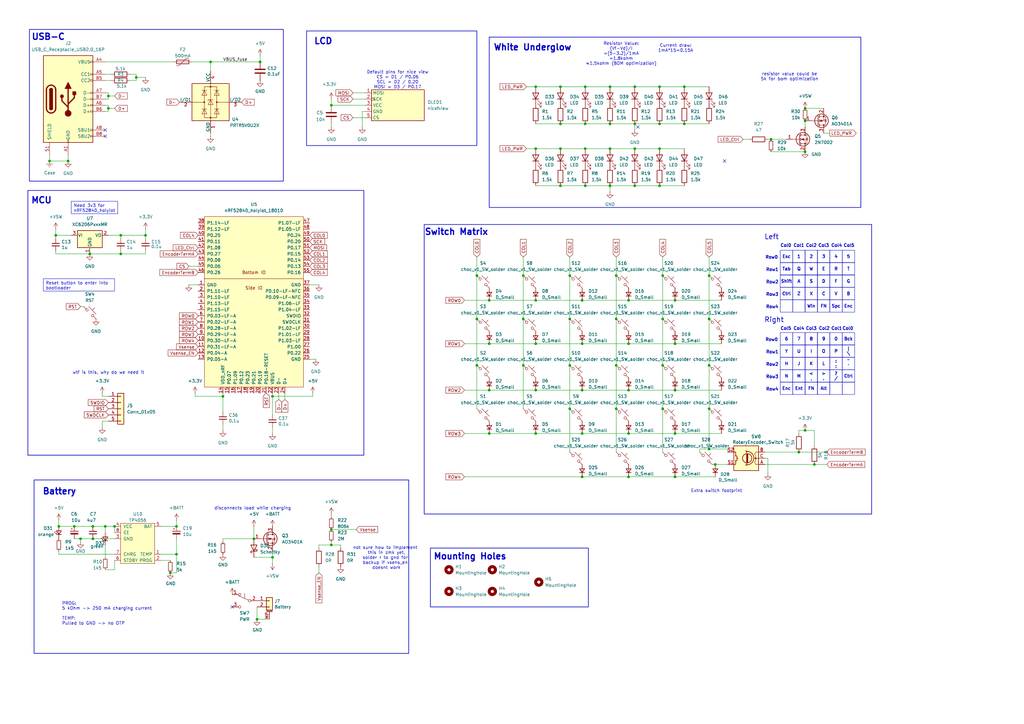
<source format=kicad_sch>
(kicad_sch (version 20250114) (generator "eeschema") (generator_version "9.0")
  (paper "A3")
  (rectangle (start 200.66 15.24) (end 353.06 85.09) (stroke (width 0.254)))
  (rectangle (start 125.73 12.7) (end 195.58 59.69) (stroke (width 0.254)))
  (rectangle (start 345.44 107.696) (end 350.52 112.776))
  (rectangle (start 176.53 224.79) (end 241.3 248.92) (stroke (width 0.254)))
  (rectangle (start 320.04 156.718) (end 325.12 161.798))
  (rectangle (start 335.28 102.616) (end 340.36 107.696))
  (rectangle (start 335.28 136.398) (end 340.36 141.478))
  (rectangle (start 11.43 78.105) (end 149.225 186.69) (stroke (width 0.254)))
  (rectangle (start 325.12 122.936) (end 330.2 128.016))
  (rectangle (start 320.04 112.776) (end 325.12 117.856))
  (rectangle (start 340.36 102.616) (end 345.44 107.696))
  (rectangle (start 330.2 136.398) (end 335.28 141.478))
  (rectangle (start 320.04 117.856) (end 325.12 122.936))
  (rectangle (start 330.2 117.856) (end 335.28 122.936))
  (rectangle (start 345.44 112.776) (end 350.52 117.856))
  (rectangle (start 173.99 92.075) (end 357.505 210.82) (stroke (width 0.254)))
  (rectangle (start 340.36 122.936) (end 345.44 128.016))
  (rectangle (start 340.36 141.478) (end 345.44 146.558))
  (rectangle (start 340.36 117.856) (end 345.44 122.936))
  (rectangle (start 345.44 117.856) (end 350.52 122.936))
  (rectangle (start 340.36 112.776) (end 345.44 117.856))
  (rectangle (start 330.2 112.776) (end 335.28 117.856))
  (rectangle (start 345.44 136.398) (end 350.52 141.478))
  (rectangle (start 325.12 146.558) (end 330.2 151.638))
  (rectangle (start 345.44 141.478) (end 350.52 146.558))
  (rectangle (start 13.97 196.85) (end 167.64 267.97) (stroke (width 0.254)))
  (rectangle (start 330.2 151.638) (end 335.28 156.718))
  (rectangle (start 335.28 146.558) (end 340.36 151.638))
  (rectangle (start 330.2 146.558) (end 335.28 151.638))
  (rectangle (start 345.44 146.558) (end 350.52 151.638))
  (rectangle (start 345.44 156.718) (end 350.52 161.798))
  (rectangle (start 325.12 156.718) (end 330.2 161.798))
  (rectangle (start 330.2 122.936) (end 335.28 128.016))
  (rectangle (start 335.28 122.936) (end 340.36 128.016))
  (rectangle (start 325.12 136.398) (end 330.2 141.478))
  (rectangle (start 330.2 102.616) (end 335.28 107.696))
  (rectangle (start 325.12 112.776) (end 330.2 117.856))
  (rectangle (start 325.12 107.696) (end 330.2 112.776))
  (rectangle (start 325.12 151.638) (end 330.2 156.718))
  (rectangle (start 335.28 151.638) (end 340.36 156.718))
  (rectangle (start 335.28 112.776) (end 340.36 117.856))
  (rectangle (start 320.04 102.616) (end 325.12 107.696))
  (rectangle (start 320.04 146.558) (end 325.12 151.638))
  (rectangle (start 340.36 151.638) (end 345.44 156.718))
  (rectangle (start 320.04 122.936) (end 325.12 128.016))
  (rectangle (start 340.36 136.398) (end 345.44 141.478))
  (rectangle (start 320.04 151.638) (end 325.12 156.718))
  (rectangle (start 12.065 12.065) (end 116.205 74.295) (stroke (width 0.254)))
  (rectangle (start 340.36 156.718) (end 345.44 161.798))
  (rectangle (start 335.28 156.718) (end 340.36 161.798))
  (rectangle (start 340.36 107.696) (end 345.44 112.776))
  (rectangle (start 320.04 141.478) (end 325.12 146.558))
  (rectangle (start 335.28 107.696) (end 340.36 112.776))
  (rectangle (start 320.04 107.696) (end 325.12 112.776))
  (rectangle (start 325.12 102.616) (end 330.2 107.696))
  (rectangle (start 325.12 117.856) (end 330.2 122.936))
  (rectangle (start 330.2 156.718) (end 335.28 161.798))
  (rectangle (start 325.12 141.478) (end 330.2 146.558))
  (rectangle (start 335.28 117.856) (end 340.36 122.936))
  (rectangle (start 330.2 107.696) (end 335.28 112.776))
  (rectangle (start 335.28 141.478) (end 340.36 146.558))
  (rectangle (start 340.36 146.558) (end 345.44 151.638))
  (rectangle (start 345.44 122.936) (end 350.52 128.016))
  (rectangle (start 345.44 102.616) (end 350.52 107.696))
  (rectangle (start 320.04 136.398) (end 325.12 141.478))
  (rectangle (start 345.44 151.638) (end 350.52 156.718))
  (rectangle (start 330.2 141.478) (end 335.28 146.558))
  (text "P" (at 342.9 144.272 0) (effects (font (size 1.27 1.27) (thickness 0.254) (bold yes))))
  (text "0" (at 342.9 139.192 0) (effects (font (size 1.27 1.27) (thickness 0.254) (bold yes))))
  (text "Bck" (at 347.98 139.192 0) (effects (font (size 1.27 1.27) (thickness 0.254) (bold yes))))
  (text "4" (at 342.9 105.41 0) (effects (font (size 1.27 1.27) (thickness 0.254) (bold yes))))
  (text "wtf is this, why do we need it" (at 44.45 152.908 0) (effects (font (size 1.27 1.27))))
  (text "Enc" (at 322.58 159.512 0) (effects (font (size 1.27 1.27) (thickness 0.254) (bold yes))))
  (text "Resistor Value:\n(Vf-Vd)/I\n=(5-3.2)/1mA\n=1.8kohm\n≈1.5kohm (BOM optimization)" (at 254.762 22.098 0) (effects (font (size 1.27 1.27))))
  (text "U" (at 327.66 144.272 0) (effects (font (size 1.27 1.27) (thickness 0.254) (bold yes))))
  (text "MCU" (at 17.018 82.296 0) (effects (font (size 2.54 2.54) (thickness 0.508) (bold yes))))
  (text "7" (at 327.66 139.192 0) (effects (font (size 1.27 1.27) (thickness 0.254) (bold yes))))
  (text "Mounting Holes\n" (at 192.786 228.346 0) (effects (font (size 2.54 2.54) (thickness 0.508) (bold yes))))
  (text "H" (at 322.58 149.352 0) (effects (font (size 1.27 1.27) (thickness 0.254) (bold yes))))
  (text "J" (at 327.66 149.352 0) (effects (font (size 1.27 1.27) (thickness 0.254) (bold yes))))
  (text "LCD" (at 132.588 17.018 0) (effects (font (size 2.54 2.54) (thickness 0.508) (bold yes))))
  (text "Row1" (at 316.738 144.526 0) (effects (font (size 1.27 1.27) (thickness 0.254) (bold yes))))
  (text "Z" (at 327.66 120.65 0) (effects (font (size 1.27 1.27) (thickness 0.254) (bold yes))))
  (text "R" (at 342.9 110.49 0) (effects (font (size 1.27 1.27) (thickness 0.254) (bold yes))))
  (text "Col5" (at 348.234 100.838 0) (effects (font (size 1.27 1.27) (thickness 0.254) (bold yes))))
  (text "B" (at 347.98 120.65 0) (effects (font (size 1.27 1.27) (thickness 0.254) (bold yes))))
  (text "Row2" (at 316.738 149.606 0) (effects (font (size 1.27 1.27) (thickness 0.254) (bold yes))))
  (text "Col2" (at 338.074 134.874 0) (effects (font (size 1.27 1.27) (thickness 0.254) (bold yes))))
  (text "I" (at 332.74 144.272 0) (effects (font (size 1.27 1.27) (thickness 0.254) (bold yes))))
  (text "Row3" (at 316.738 154.686 0) (effects (font (size 1.27 1.27) (thickness 0.254) (bold yes))))
  (text "Ent" (at 327.66 159.512 0) (effects (font (size 1.27 1.27) (thickness 0.254) (bold yes))))
  (text ":\n;" (at 342.9 149.352 0) (effects (font (size 1.27 1.27) (thickness 0.254) (bold yes))))
  (text "|\n\\" (at 347.98 144.272 0) (effects (font (size 1.27 1.27) (thickness 0.254) (bold yes))))
  (text "Current draw:\n1mA*15=0.15A" (at 277.114 19.812 0) (effects (font (size 1.27 1.27))))
  (text "Extra switch footprint" (at 293.878 201.422 0) (effects (font (size 1.27 1.27))))
  (text ">\n." (at 337.82 154.432 0) (effects (font (size 1.27 1.27) (thickness 0.254) (bold yes))))
  (text "Switch Matrix" (at 187.198 95.25 0) (effects (font (size 2.54 2.54) (thickness 0.508) (bold yes))))
  (text "Row1" (at 316.738 110.744 0) (effects (font (size 1.27 1.27) (thickness 0.254) (bold yes))))
  (text "Col3" (at 332.74 134.874 0) (effects (font (size 1.27 1.27) (thickness 0.254) (bold yes))))
  (text "G" (at 347.98 115.57 0) (effects (font (size 1.27 1.27) (thickness 0.254) (bold yes))))
  (text "W" (at 332.74 110.49 0) (effects (font (size 1.27 1.27) (thickness 0.254) (bold yes))))
  (text "White Underglow" (at 218.44 19.558 0) (effects (font (size 2.54 2.54) (thickness 0.508) (bold yes))))
  (text "Left" (at 316.484 97.282 0) (effects (font (size 2.032 2.032) (thickness 0.254) (bold yes))))
  (text "K" (at 332.74 149.352 0) (effects (font (size 1.27 1.27) (thickness 0.254) (bold yes))))
  (text "A" (at 327.66 115.57 0) (effects (font (size 1.27 1.27) (thickness 0.254) (bold yes))))
  (text "X" (at 332.74 120.65 0) (effects (font (size 1.27 1.27) (thickness 0.254) (bold yes))))
  (text "L" (at 337.82 149.352 0) (effects (font (size 1.27 1.27) (thickness 0.254) (bold yes))))
  (text "T" (at 347.98 110.49 0) (effects (font (size 1.27 1.27) (thickness 0.254) (bold yes))))
  (text "Row4" (at 316.738 125.984 0) (effects (font (size 1.27 1.27) (thickness 0.254) (bold yes))))
  (text "M" (at 327.66 154.432 0) (effects (font (size 1.27 1.27) (thickness 0.254) (bold yes))))
  (text "Col4" (at 343.154 100.838 0) (effects (font (size 1.27 1.27) (thickness 0.254) (bold yes))))
  (text "Spc" (at 342.9 125.73 0) (effects (font (size 1.27 1.27) (thickness 0.254) (bold yes))))
  (text "FN" (at 332.74 159.512 0) (effects (font (size 1.27 1.27) (thickness 0.254) (bold yes))))
  (text "S" (at 332.74 115.57 0) (effects (font (size 1.27 1.27) (thickness 0.254) (bold yes))))
  (text "Row0" (at 316.484 139.446 0) (effects (font (size 1.27 1.27) (thickness 0.254) (bold yes))))
  (text "Col4" (at 327.66 134.874 0) (effects (font (size 1.27 1.27) (thickness 0.254) (bold yes))))
  (text "FN" (at 337.82 125.73 0) (effects (font (size 1.27 1.27) (thickness 0.254) (bold yes))))
  (text "disconnects load while charging" (at 103.632 208.534 0) (effects (font (size 1.27 1.27))))
  (text "Col2" (at 332.74 100.838 0) (effects (font (size 1.27 1.27) (thickness 0.254) (bold yes))))
  (text "\"\n'" (at 347.98 149.352 0) (effects (font (size 1.27 1.27) (thickness 0.254) (bold yes))))
  (text "E" (at 337.82 110.49 0) (effects (font (size 1.27 1.27) (thickness 0.254) (bold yes))))
  (text "3" (at 337.82 105.41 0) (effects (font (size 1.27 1.27) (thickness 0.254) (bold yes))))
  (text "<\n," (at 332.74 154.432 0) (effects (font (size 1.27 1.27) (thickness 0.254) (bold yes))))
  (text "2" (at 332.74 105.41 0) (effects (font (size 1.27 1.27) (thickness 0.254) (bold yes))))
  (text "Row0" (at 316.484 105.664 0) (effects (font (size 1.27 1.27) (thickness 0.254) (bold yes))))
  (text "Tab" (at 322.58 110.49 0) (effects (font (size 1.27 1.27) (thickness 0.254) (bold yes))))
  (text "Row2" (at 316.738 115.824 0) (effects (font (size 1.27 1.27) (thickness 0.254) (bold yes))))
  (text "Win" (at 332.74 125.73 0) (effects (font (size 1.27 1.27) (thickness 0.254) (bold yes))))
  (text "1" (at 327.66 105.41 0) (effects (font (size 1.27 1.27) (thickness 0.254) (bold yes))))
  (text "Enc" (at 347.98 125.73 0) (effects (font (size 1.27 1.27) (thickness 0.254) (bold yes))))
  (text "Esc" (at 322.58 105.41 0) (effects (font (size 1.27 1.27) (thickness 0.254) (bold yes))))
  (text "D" (at 337.82 115.57 0) (effects (font (size 1.27 1.27) (thickness 0.254) (bold yes))))
  (text "USB-C" (at 19.812 15.24 0) (effects (font (size 2.54 2.54) (thickness 0.508) (bold yes))))
  (text "Col3" (at 337.82 100.838 0) (effects (font (size 1.27 1.27) (thickness 0.254) (bold yes))))
  (text "resistor value could be\n5k for bom optimization" (at 323.85 31.496 0) (effects (font (size 1.27 1.27))))
  (text "O" (at 337.82 144.272 0) (effects (font (size 1.27 1.27) (thickness 0.254) (bold yes))))
  (text "Default pins for nice view\nCS = D1 / P0.06\nSCL = D2 / 0.20\nMOSI = D3 / P0.17\n" (at 163.068 32.766 0) (effects (font (size 1.27 1.27))))
  (text "Col5" (at 322.326 134.874 0) (effects (font (size 1.27 1.27) (thickness 0.254) (bold yes))))
  (text "Shift" (at 322.58 115.57 0) (effects (font (size 1.27 1.27) (thickness 0.254) (bold yes))))
  (text "5" (at 347.98 105.41 0) (effects (font (size 1.27 1.27) (thickness 0.254) (bold yes))))
  (text "Alt" (at 337.82 159.512 0) (effects (font (size 1.27 1.27) (thickness 0.254) (bold yes))))
  (text "Y" (at 322.58 144.272 0) (effects (font (size 1.27 1.27) (thickness 0.254) (bold yes))))
  (text "Col0" (at 347.726 134.874 0) (effects (font (size 1.27 1.27) (thickness 0.254) (bold yes))))
  (text "Ctrl" (at 322.58 120.65 0) (effects (font (size 1.27 1.27) (thickness 0.254) (bold yes))))
  (text "C" (at 337.82 120.65 0) (effects (font (size 1.27 1.27) (thickness 0.254) (bold yes))))
  (text "8" (at 332.74 139.192 0) (effects (font (size 1.27 1.27) (thickness 0.254) (bold yes))))
  (text "Row3" (at 316.738 120.904 0) (effects (font (size 1.27 1.27) (thickness 0.254) (bold yes))))
  (text "9" (at 337.82 139.192 0) (effects (font (size 1.27 1.27) (thickness 0.254) (bold yes))))
  (text "Q" (at 327.66 110.49 0) (effects (font (size 1.27 1.27) (thickness 0.254) (bold yes))))
  (text "Ctrl" (at 347.98 154.432 0) (effects (font (size 1.27 1.27) (thickness 0.254) (bold yes))))
  (text "Battery\n" (at 24.384 201.676 0) (effects (font (size 2.54 2.54) (thickness 0.508) (bold yes))))
  (text "Col1" (at 327.66 100.838 0) (effects (font (size 1.27 1.27) (thickness 0.254) (bold yes))))
  (text "not sure how to implement \nthis in zmk yet,\nsolder r to gnd for \nbackup if vsens_en \ndoesnt work" (at 158.496 228.854 0) (effects (font (size 1.27 1.27))))
  (text "PROG:\n5 kOhm -> 250 mA charging current\n\nTEMP:\nPulled to GND -> no OTP" (at 25.4 256.54 0) (effects (font (size 1.27 1.27)) (justify left bottom)))
  (text "N" (at 322.58 154.432 0) (effects (font (size 1.27 1.27) (thickness 0.254) (bold yes))))
  (text "F" (at 342.9 115.57 0) (effects (font (size 1.27 1.27) (thickness 0.254) (bold yes))))
  (text "?\n/" (at 342.9 154.432 0) (effects (font (size 1.27 1.27) (thickness 0.254) (bold yes))))
  (text "V" (at 342.9 120.65 0) (effects (font (size 1.27 1.27) (thickness 0.254) (bold yes))))
  (text "6" (at 322.58 139.192 0) (effects (font (size 1.27 1.27) (thickness 0.254) (bold yes))))
  (text "Col1" (at 343.154 134.874 0) (effects (font (size 1.27 1.27) (thickness 0.254) (bold yes))))
  (text "Row4" (at 316.738 159.766 0) (effects (font (size 1.27 1.27) (thickness 0.254) (bold yes))))
  (text "Right" (at 317.5 131.318 0) (effects (font (size 2.032 2.032) (thickness 0.254) (bold yes))))
  (text "Col0" (at 322.326 100.838 0) (effects (font (size 1.27 1.27) (thickness 0.254) (bold yes))))
  (text_box "Need 3v3 for nRF52840_holyiot\n" (at 29.21 82.55 0) (size 19.05 5.08) (margins 0.9525 0.9525 0.9525 0.9525) (effects (font (size 1.27 1.27)) (justify left top)))
  (text_box "Reset button to enter into bootloader\n" (at 17.78 114.3 0) (size 29.21 5.08) (margins 0.9525 0.9525 0.9525 0.9525) (effects (font (size 1.27 1.27)) (justify left top)))
  (junction (at 214.63 149.86))
  (junction (at 260.35 60.96))
  (junction (at 104.14 220.98))
  (junction (at 260.35 76.2))
  (junction (at 33.02 220.98))
  (junction (at 72.39 227.33))
  (junction (at 271.78 149.86))
  (junction (at 219.71 177.8))
  (junction (at 271.78 130.81))
  (junction (at 106.68 25.4))
  (junction (at 293.37 190.5))
  (junction (at 229.87 35.56))
  (junction (at 44.45 44.45))
  (junction (at 271.78 167.64))
  (junction (at 219.71 60.96))
  (junction (at 22.86 96.52))
  (junction (at 240.03 76.2))
  (junction (at 240.03 35.56))
  (junction (at 200.66 140.97))
  (junction (at 111.76 228.6))
  (junction (at 105.41 254))
  (junction (at 316.23 57.15))
  (junction (at 195.58 113.03))
  (junction (at 49.53 104.14))
  (junction (at 233.68 149.86))
  (junction (at 330.2 49.53))
  (junction (at 27.94 66.04))
  (junction (at 49.53 96.52))
  (junction (at 276.86 195.58))
  (junction (at 30.48 215.9))
  (junction (at 219.71 35.56))
  (junction (at 280.67 35.56))
  (junction (at 270.51 60.96))
  (junction (at 250.19 50.8))
  (junction (at 276.86 140.97))
  (junction (at 271.78 113.03))
  (junction (at 135.89 223.52))
  (junction (at 200.66 123.19))
  (junction (at 200.66 160.02))
  (junction (at 219.71 140.97))
  (junction (at 55.88 31.75))
  (junction (at 240.03 50.8))
  (junction (at 290.83 167.64))
  (junction (at 250.19 60.96))
  (junction (at 20.32 66.04))
  (junction (at 290.83 130.81))
  (junction (at 257.81 140.97))
  (junction (at 69.85 234.95))
  (junction (at 250.19 35.56))
  (junction (at 252.73 167.64))
  (junction (at 214.63 113.03))
  (junction (at 38.1 215.9))
  (junction (at 229.87 76.2))
  (junction (at 219.71 160.02))
  (junction (at 44.45 39.37))
  (junction (at 252.73 113.03))
  (junction (at 290.83 149.86))
  (junction (at 229.87 50.8))
  (junction (at 135.89 217.17))
  (junction (at 290.83 113.03))
  (junction (at 24.13 215.9))
  (junction (at 330.2 176.53))
  (junction (at 38.1 220.98))
  (junction (at 276.86 123.19))
  (junction (at 257.81 195.58))
  (junction (at 334.01 190.5))
  (junction (at 330.2 44.45))
  (junction (at 238.76 160.02))
  (junction (at 43.18 215.9))
  (junction (at 270.51 50.8))
  (junction (at 72.39 215.9))
  (junction (at 238.76 140.97))
  (junction (at 240.03 60.96))
  (junction (at 238.76 123.19))
  (junction (at 233.68 113.03))
  (junction (at 86.36 25.4))
  (junction (at 257.81 123.19))
  (junction (at 195.58 130.81))
  (junction (at 59.69 96.52))
  (junction (at 257.81 160.02))
  (junction (at 290.83 184.15))
  (junction (at 46.99 215.9))
  (junction (at 195.58 149.86))
  (junction (at 91.44 162.56))
  (junction (at 229.87 60.96))
  (junction (at 252.73 149.86))
  (junction (at 111.76 162.56))
  (junction (at 214.63 130.81))
  (junction (at 233.68 130.81))
  (junction (at 257.81 177.8))
  (junction (at 252.73 130.81))
  (junction (at 327.66 185.42))
  (junction (at 238.76 177.8))
  (junction (at 270.51 35.56))
  (junction (at 135.89 43.18))
  (junction (at 36.83 104.14))
  (junction (at 280.67 50.8))
  (junction (at 260.35 35.56))
  (junction (at 260.35 50.8))
  (junction (at 238.76 195.58))
  (junction (at 233.68 167.64))
  (junction (at 219.71 123.19))
  (junction (at 276.86 177.8))
  (junction (at 276.86 160.02))
  (junction (at 330.2 62.23))
  (junction (at 200.66 177.8))
  (junction (at 250.19 76.2))
  (junction (at 270.51 76.2))
  (no_connect (at 43.18 55.88))
  (no_connect (at 95.25 248.92))
  (no_connect (at 261.62 52.07))
  (no_connect (at 43.18 53.34))
  (no_connect (at 297.18 66.04))
  (wire (pts (xy 290.83 184.15) (xy 290.83 167.64)))
  (wire (pts (xy 106.68 22.86) (xy 106.68 25.4)))
  (wire (pts (xy 337.82 54.61) (xy 340.36 54.61)))
  (wire (pts (xy 290.83 130.81) (xy 290.83 149.86)))
  (wire (pts (xy 130.81 234.95) (xy 130.81 232.41)))
  (wire (pts (xy 229.87 50.8) (xy 240.03 50.8)))
  (wire (pts (xy 44.45 44.45) (xy 46.99 44.45)))
  (wire (pts (xy 190.5 140.97) (xy 200.66 140.97)))
  (wire (pts (xy 271.78 130.81) (xy 271.78 149.86)))
  (wire (pts (xy 238.76 195.58) (xy 257.81 195.58)))
  (wire (pts (xy 290.83 105.41) (xy 290.83 113.03)))
  (wire (pts (xy 114.3 163.83) (xy 114.3 161.29)))
  (wire (pts (xy 276.86 123.19) (xy 295.91 123.19)))
  (wire (pts (xy 22.86 96.52) (xy 22.86 97.79)))
  (wire (pts (xy 257.81 177.8) (xy 276.86 177.8)))
  (wire (pts (xy 304.8 57.15) (xy 307.34 57.15)))
  (wire (pts (xy 270.51 76.2) (xy 280.67 76.2)))
  (wire (pts (xy 257.81 160.02) (xy 276.86 160.02)))
  (wire (pts (xy 33.02 125.73) (xy 34.29 125.73)))
  (wire (pts (xy 111.76 161.29) (xy 111.76 162.56)))
  (wire (pts (xy 116.84 163.83) (xy 116.84 161.29)))
  (wire (pts (xy 104.14 215.9) (xy 104.14 220.98)))
  (wire (pts (xy 252.73 105.41) (xy 252.73 113.03)))
  (wire (pts (xy 80.01 162.56) (xy 80.01 161.29)))
  (wire (pts (xy 44.45 40.64) (xy 44.45 39.37)))
  (wire (pts (xy 46.99 233.68) (xy 46.99 229.87)))
  (wire (pts (xy 59.69 93.98) (xy 59.69 96.52)))
  (wire (pts (xy 290.83 184.15) (xy 298.45 184.15)))
  (wire (pts (xy 53.34 30.48) (xy 55.88 30.48)))
  (wire (pts (xy 214.63 105.41) (xy 214.63 113.03)))
  (wire (pts (xy 127 116.84) (xy 130.81 116.84)))
  (wire (pts (xy 233.68 167.64) (xy 233.68 185.42)))
  (wire (pts (xy 276.86 177.8) (xy 295.91 177.8)))
  (wire (pts (xy 111.76 228.6) (xy 111.76 231.14)))
  (wire (pts (xy 200.66 123.19) (xy 219.71 123.19)))
  (wire (pts (xy 144.78 48.26) (xy 149.86 48.26)))
  (wire (pts (xy 24.13 213.36) (xy 24.13 215.9)))
  (wire (pts (xy 238.76 140.97) (xy 257.81 140.97)))
  (wire (pts (xy 290.83 184.15) (xy 287.02 184.15)))
  (wire (pts (xy 149.86 45.72) (xy 148.59 45.72)))
  (wire (pts (xy 72.39 213.36) (xy 72.39 215.9)))
  (wire (pts (xy 190.5 160.02) (xy 200.66 160.02)))
  (wire (pts (xy 271.78 149.86) (xy 271.78 167.64)))
  (wire (pts (xy 135.89 223.52) (xy 135.89 222.25)))
  (wire (pts (xy 104.14 228.6) (xy 111.76 228.6)))
  (wire (pts (xy 36.83 104.14) (xy 49.53 104.14)))
  (wire (pts (xy 44.45 96.52) (xy 49.53 96.52)))
  (wire (pts (xy 111.76 228.6) (xy 111.76 226.06)))
  (wire (pts (xy 270.51 35.56) (xy 280.67 35.56)))
  (wire (pts (xy 43.18 38.1) (xy 44.45 38.1)))
  (wire (pts (xy 22.86 102.87) (xy 22.86 104.14)))
  (wire (pts (xy 290.83 113.03) (xy 290.83 130.81)))
  (wire (pts (xy 270.51 50.8) (xy 280.67 50.8)))
  (wire (pts (xy 22.86 93.98) (xy 22.86 96.52)))
  (wire (pts (xy 190.5 177.8) (xy 200.66 177.8)))
  (wire (pts (xy 135.89 40.64) (xy 135.89 43.18)))
  (wire (pts (xy 55.88 33.02) (xy 53.34 33.02)))
  (wire (pts (xy 240.03 35.56) (xy 250.19 35.56)))
  (wire (pts (xy 130.81 223.52) (xy 135.89 223.52)))
  (wire (pts (xy 330.2 49.53) (xy 330.2 52.07)))
  (wire (pts (xy 219.71 160.02) (xy 238.76 160.02)))
  (wire (pts (xy 219.71 123.19) (xy 238.76 123.19)))
  (wire (pts (xy 233.68 105.41) (xy 233.68 113.03)))
  (wire (pts (xy 43.18 33.02) (xy 45.72 33.02)))
  (wire (pts (xy 327.66 176.53) (xy 330.2 176.53)))
  (wire (pts (xy 195.58 130.81) (xy 195.58 149.86)))
  (wire (pts (xy 111.76 162.56) (xy 128.27 162.56)))
  (wire (pts (xy 24.13 227.33) (xy 46.99 227.33)))
  (wire (pts (xy 66.04 229.87) (xy 69.85 229.87)))
  (wire (pts (xy 43.18 215.9) (xy 43.18 218.44)))
  (wire (pts (xy 144.78 38.1) (xy 149.86 38.1)))
  (wire (pts (xy 238.76 160.02) (xy 257.81 160.02)))
  (wire (pts (xy 24.13 226.06) (xy 24.13 227.33)))
  (wire (pts (xy 327.66 177.8) (xy 327.66 176.53)))
  (wire (pts (xy 314.96 194.31) (xy 314.96 187.96)))
  (wire (pts (xy 240.03 60.96) (xy 250.19 60.96)))
  (wire (pts (xy 30.48 220.98) (xy 33.02 220.98)))
  (wire (pts (xy 229.87 35.56) (xy 240.03 35.56)))
  (wire (pts (xy 135.89 43.18) (xy 149.86 43.18)))
  (wire (pts (xy 271.78 105.41) (xy 271.78 113.03)))
  (wire (pts (xy 55.88 31.75) (xy 59.69 31.75)))
  (wire (pts (xy 238.76 123.19) (xy 257.81 123.19)))
  (wire (pts (xy 43.18 40.64) (xy 44.45 40.64)))
  (wire (pts (xy 135.89 210.82) (xy 135.89 212.09)))
  (wire (pts (xy 43.18 43.18) (xy 44.45 43.18)))
  (wire (pts (xy 111.76 162.56) (xy 111.76 170.18)))
  (wire (pts (xy 219.71 140.97) (xy 238.76 140.97)))
  (wire (pts (xy 240.03 76.2) (xy 250.19 76.2)))
  (wire (pts (xy 214.63 149.86) (xy 214.63 167.64)))
  (wire (pts (xy 148.59 45.72) (xy 148.59 52.07)))
  (wire (pts (xy 78.74 25.4) (xy 86.36 25.4)))
  (wire (pts (xy 260.35 35.56) (xy 270.51 35.56)))
  (wire (pts (xy 292.1 190.5) (xy 293.37 190.5)))
  (wire (pts (xy 44.45 172.72) (xy 41.91 172.72)))
  (wire (pts (xy 130.81 223.52) (xy 130.81 224.79)))
  (wire (pts (xy 91.44 173.99) (xy 91.44 176.53)))
  (wire (pts (xy 91.44 222.25) (xy 91.44 220.98)))
  (wire (pts (xy 240.03 50.8) (xy 250.19 50.8)))
  (wire (pts (xy 59.69 96.52) (xy 59.69 97.79)))
  (wire (pts (xy 250.19 76.2) (xy 260.35 76.2)))
  (wire (pts (xy 229.87 76.2) (xy 240.03 76.2)))
  (wire (pts (xy 334.01 190.5) (xy 339.09 190.5)))
  (wire (pts (xy 46.99 215.9) (xy 46.99 218.44)))
  (wire (pts (xy 334.01 176.53) (xy 334.01 182.88)))
  (wire (pts (xy 128.27 161.29) (xy 128.27 162.56)))
  (wire (pts (xy 43.18 223.52) (xy 43.18 228.6)))
  (wire (pts (xy 214.63 130.81) (xy 214.63 149.86)))
  (wire (pts (xy 30.48 215.9) (xy 38.1 215.9)))
  (wire (pts (xy 72.39 227.33) (xy 72.39 234.95)))
  (wire (pts (xy 22.86 96.52) (xy 29.21 96.52)))
  (wire (pts (xy 20.32 63.5) (xy 20.32 66.04)))
  (wire (pts (xy 250.19 76.2) (xy 250.19 78.74)))
  (wire (pts (xy 43.18 25.4) (xy 71.12 25.4)))
  (wire (pts (xy 215.9 60.96) (xy 219.71 60.96)))
  (wire (pts (xy 252.73 130.81) (xy 252.73 149.86)))
  (wire (pts (xy 22.86 104.14) (xy 36.83 104.14)))
  (wire (pts (xy 293.37 190.5) (xy 298.45 190.5)))
  (wire (pts (xy 86.36 54.61) (xy 86.36 55.88)))
  (wire (pts (xy 215.9 35.56) (xy 219.71 35.56)))
  (wire (pts (xy 257.81 140.97) (xy 276.86 140.97)))
  (wire (pts (xy 59.69 104.14) (xy 49.53 104.14)))
  (wire (pts (xy 252.73 113.03) (xy 252.73 130.81)))
  (wire (pts (xy 91.44 220.98) (xy 104.14 220.98)))
  (wire (pts (xy 330.2 44.45) (xy 337.82 44.45)))
  (wire (pts (xy 86.36 25.4) (xy 106.68 25.4)))
  (wire (pts (xy 238.76 177.8) (xy 257.81 177.8)))
  (wire (pts (xy 313.69 185.42) (xy 327.66 185.42)))
  (wire (pts (xy 66.04 227.33) (xy 72.39 227.33)))
  (wire (pts (xy 219.71 76.2) (xy 229.87 76.2)))
  (wire (pts (xy 330.2 176.53) (xy 334.01 176.53)))
  (wire (pts (xy 135.89 217.17) (xy 146.05 217.17)))
  (wire (pts (xy 66.04 215.9) (xy 72.39 215.9)))
  (wire (pts (xy 260.35 60.96) (xy 270.51 60.96)))
  (wire (pts (xy 91.44 162.56) (xy 80.01 162.56)))
  (wire (pts (xy 135.89 223.52) (xy 139.7 223.52)))
  (wire (pts (xy 44.45 39.37) (xy 46.99 39.37)))
  (wire (pts (xy 190.5 195.58) (xy 238.76 195.58)))
  (wire (pts (xy 127 147.32) (xy 129.54 147.32)))
  (wire (pts (xy 271.78 167.64) (xy 271.78 185.42)))
  (wire (pts (xy 313.69 190.5) (xy 334.01 190.5)))
  (wire (pts (xy 200.66 177.8) (xy 219.71 177.8)))
  (wire (pts (xy 257.81 123.19) (xy 276.86 123.19)))
  (wire (pts (xy 195.58 113.03) (xy 195.58 130.81)))
  (wire (pts (xy 257.81 195.58) (xy 276.86 195.58)))
  (wire (pts (xy 49.53 96.52) (xy 49.53 97.79)))
  (wire (pts (xy 49.53 96.52) (xy 59.69 96.52)))
  (wire (pts (xy 280.67 50.8) (xy 290.83 50.8)))
  (wire (pts (xy 327.66 185.42) (xy 339.09 185.42)))
  (wire (pts (xy 233.68 130.81) (xy 233.68 149.86)))
  (wire (pts (xy 43.18 30.48) (xy 45.72 30.48)))
  (wire (pts (xy 200.66 160.02) (xy 219.71 160.02)))
  (wire (pts (xy 219.71 177.8) (xy 238.76 177.8)))
  (wire (pts (xy 86.36 25.4) (xy 86.36 29.21)))
  (wire (pts (xy 33.02 222.25) (xy 33.02 220.98)))
  (wire (pts (xy 219.71 60.96) (xy 229.87 60.96)))
  (wire (pts (xy 276.86 140.97) (xy 295.91 140.97)))
  (wire (pts (xy 314.96 57.15) (xy 316.23 57.15)))
  (wire (pts (xy 271.78 113.03) (xy 271.78 130.81)))
  (wire (pts (xy 190.5 123.19) (xy 200.66 123.19)))
  (wire (pts (xy 41.91 172.72) (xy 41.91 175.26)))
  (wire (pts (xy 276.86 160.02) (xy 295.91 160.02)))
  (wire (pts (xy 219.71 35.56) (xy 229.87 35.56)))
  (wire (pts (xy 290.83 149.86) (xy 290.83 167.64)))
  (wire (pts (xy 250.19 50.8) (xy 260.35 50.8)))
  (wire (pts (xy 55.88 31.75) (xy 55.88 33.02)))
  (wire (pts (xy 314.96 187.96) (xy 313.69 187.96)))
  (wire (pts (xy 270.51 60.96) (xy 280.67 60.96)))
  (wire (pts (xy 195.58 105.41) (xy 195.58 113.03)))
  (wire (pts (xy 43.18 215.9) (xy 46.99 215.9)))
  (wire (pts (xy 33.02 220.98) (xy 38.1 220.98)))
  (wire (pts (xy 27.94 63.5) (xy 27.94 66.04)))
  (wire (pts (xy 38.1 220.98) (xy 46.99 220.98)))
  (wire (pts (xy 24.13 215.9) (xy 30.48 215.9)))
  (wire (pts (xy 91.44 168.91) (xy 91.44 162.56)))
  (wire (pts (xy 276.86 195.58) (xy 293.37 195.58)))
  (wire (pts (xy 287.02 184.15) (xy 287.02 185.42)))
  (wire (pts (xy 105.41 248.92) (xy 105.41 254)))
  (wire (pts (xy 43.18 233.68) (xy 46.99 233.68)))
  (wire (pts (xy 77.47 116.84) (xy 81.28 116.84)))
  (wire (pts (xy 316.23 62.23) (xy 330.2 62.23)))
  (wire (pts (xy 250.19 60.96) (xy 260.35 60.96)))
  (wire (pts (xy 252.73 167.64) (xy 252.73 185.42)))
  (wire (pts (xy 316.23 57.15) (xy 322.58 57.15)))
  (wire (pts (xy 59.69 102.87) (xy 59.69 104.14)))
  (wire (pts (xy 260.35 76.2) (xy 270.51 76.2)))
  (wire (pts (xy 72.39 220.98) (xy 72.39 227.33)))
  (wire (pts (xy 91.44 161.29) (xy 91.44 162.56)))
  (wire (pts (xy 233.68 113.03) (xy 233.68 130.81)))
  (wire (pts (xy 43.18 45.72) (xy 44.45 45.72)))
  (wire (pts (xy 260.35 50.8) (xy 270.51 50.8)))
  (wire (pts (xy 144.78 40.64) (xy 149.86 40.64)))
  (wire (pts (xy 195.58 149.86) (xy 195.58 167.64)))
  (wire (pts (xy 219.71 50.8) (xy 229.87 50.8)))
  (wire (pts (xy 233.68 149.86) (xy 233.68 167.64)))
  (wire (pts (xy 44.45 39.37) (xy 44.45 38.1)))
  (wire (pts (xy 55.88 30.48) (xy 55.88 31.75)))
  (wire (pts (xy 44.45 162.56) (xy 41.91 162.56)))
  (wire (pts (xy 105.41 254) (xy 110.49 254)))
  (wire (pts (xy 72.39 234.95) (xy 69.85 234.95)))
  (wire (pts (xy 111.76 175.26) (xy 111.76 177.8)))
  (wire (pts (xy 139.7 224.79) (xy 139.7 223.52)))
  (wire (pts (xy 200.66 140.97) (xy 219.71 140.97)))
  (wire (pts (xy 135.89 52.07) (xy 135.89 50.8)))
  (wire (pts (xy 229.87 60.96) (xy 240.03 60.96)))
  (wire (pts (xy 260.35 50.8) (xy 260.35 53.34)))
  (wire (pts (xy 298.45 185.42) (xy 298.45 184.15)))
  (wire (pts (xy 44.45 43.18) (xy 44.45 44.45)))
  (wire (pts (xy 41.91 162.56) (xy 41.91 161.29)))
  (wire (pts (xy 44.45 44.45) (xy 44.45 45.72)))
  (wire (pts (xy 38.1 215.9) (xy 43.18 215.9)))
  (wire (pts (xy 49.53 102.87) (xy 49.53 104.14)))
  (wire (pts (xy 280.67 35.56) (xy 290.83 35.56)))
  (wire (pts (xy 77.47 109.22) (xy 81.28 109.22)))
  (wire (pts (xy 214.63 113.03) (xy 214.63 130.81)))
  (wire (pts (xy 20.32 66.04) (xy 27.94 66.04)))
  (wire (pts (xy 252.73 149.86) (xy 252.73 167.64)))
  (wire (pts (xy 250.19 35.56) (xy 260.35 35.56)))
  (label "VBUS_fuse" (at 91.44 25.4 0))
  (global_label "CS" (shape input) (at 77.47 109.22 180) (property "Intersheetrefs" "${INTERSHEET_REFS}" (effects (hide yes))))
  (global_label "ROW0" (shape input) (at 190.5 123.19 180) (property "Intersheetrefs" "${INTERSHEET_REFS}" (effects (hide yes))))
  (global_label "RST" (shape input) (at 109.22 161.29 270) (effects (font (thickness 0.1588))) (property "Intersheetrefs" "${INTERSHEET_REFS}" (effects (hide yes))))
  (global_label "ROW1" (shape input) (at 190.5 140.97 180) (property "Intersheetrefs" "${INTERSHEET_REFS}" (effects (hide yes))))
  (global_label "ROW0" (shape input) (at 81.28 129.54 180) (property "Intersheetrefs" "${INTERSHEET_REFS}" (effects (hide yes))))
  (global_label "COL1" (shape input) (at 127 104.14 0) (property "Intersheetrefs" "${INTERSHEET_REFS}" (effects (hide yes))))
  (global_label "SWDIO" (shape input) (at 44.45 165.1 180) (effects (font (thickness 0.1588))) (property "Intersheetrefs" "${INTERSHEET_REFS}" (effects (hide yes))))
  (global_label "D+" (shape input) (at 46.99 44.45 0) (property "Intersheetrefs" "${INTERSHEET_REFS}" (effects (hide yes))))
  (global_label "COL2" (shape input) (at 233.68 105.41 90) (property "Intersheetrefs" "${INTERSHEET_REFS}" (effects (hide yes))))
  (global_label "COL0" (shape input) (at 127 96.52 0) (property "Intersheetrefs" "${INTERSHEET_REFS}" (effects (hide yes))))
  (global_label "RST" (shape input) (at 33.02 125.73 180) (effects (font (thickness 0.1588))) (property "Intersheetrefs" "${INTERSHEET_REFS}" (effects (hide yes))))
  (global_label "ROW2" (shape input) (at 190.5 160.02 180) (property "Intersheetrefs" "${INTERSHEET_REFS}" (effects (hide yes))))
  (global_label "D-" (shape input) (at 73.66 41.91 180) (property "Intersheetrefs" "${INTERSHEET_REFS}" (effects (hide yes))))
  (global_label "SCK" (shape input) (at 127 99.06 0) (property "Intersheetrefs" "${INTERSHEET_REFS}" (effects (hide yes))))
  (global_label "ROW2" (shape input) (at 81.28 134.62 180) (property "Intersheetrefs" "${INTERSHEET_REFS}" (effects (hide yes))))
  (global_label "LED_Ctrl" (shape input) (at 304.8 57.15 180) (property "Intersheetrefs" "${INTERSHEET_REFS}" (effects (hide yes))))
  (global_label "COL4" (shape input) (at 127 111.76 0) (property "Intersheetrefs" "${INTERSHEET_REFS}" (effects (hide yes))))
  (global_label "EncoderTermA" (shape input) (at 339.09 190.5 0) (property "Intersheetrefs" "${INTERSHEET_REFS}" (effects (hide yes))))
  (global_label "MOSI" (shape input) (at 144.78 38.1 180) (property "Intersheetrefs" "${INTERSHEET_REFS}" (effects (hide yes))))
  (global_label "D-" (shape input) (at 114.3 163.83 270) (property "Intersheetrefs" "${INTERSHEET_REFS}" (effects (hide yes))))
  (global_label "EncoderTermB" (shape input) (at 339.09 185.42 0) (property "Intersheetrefs" "${INTERSHEET_REFS}" (effects (hide yes))))
  (global_label "LED_PWR" (shape input) (at 215.9 60.96 180) (property "Intersheetrefs" "${INTERSHEET_REFS}" (effects (hide yes))))
  (global_label "ROW3" (shape input) (at 190.5 177.8 180) (property "Intersheetrefs" "${INTERSHEET_REFS}" (effects (hide yes))))
  (global_label "ROW3" (shape input) (at 81.28 137.16 180) (property "Intersheetrefs" "${INTERSHEET_REFS}" (effects (hide yes))))
  (global_label "ROW1" (shape input) (at 81.28 132.08 180) (property "Intersheetrefs" "${INTERSHEET_REFS}" (effects (hide yes))))
  (global_label "ROW4" (shape input) (at 81.28 139.7 180) (property "Intersheetrefs" "${INTERSHEET_REFS}" (effects (hide yes))))
  (global_label "LED_PWR" (shape input) (at 215.9 35.56 180) (property "Intersheetrefs" "${INTERSHEET_REFS}" (effects (hide yes))))
  (global_label "D+" (shape input) (at 99.06 41.91 0) (property "Intersheetrefs" "${INTERSHEET_REFS}" (effects (hide yes))))
  (global_label "EncoderTermA" (shape input) (at 81.28 104.14 180) (property "Intersheetrefs" "${INTERSHEET_REFS}" (effects (hide yes))))
  (global_label "CS" (shape input) (at 144.78 48.26 180) (property "Intersheetrefs" "${INTERSHEET_REFS}" (effects (hide yes))))
  (global_label "SWDCLK" (shape input) (at 44.45 170.18 180) (effects (font (thickness 0.1588))) (property "Intersheetrefs" "${INTERSHEET_REFS}" (effects (hide yes))))
  (global_label "COL4" (shape input) (at 81.28 96.52 180) (property "Intersheetrefs" "${INTERSHEET_REFS}" (effects (hide yes))))
  (global_label "ROW4" (shape input) (at 190.5 195.58 180) (property "Intersheetrefs" "${INTERSHEET_REFS}" (effects (hide yes))))
  (global_label "LED_PWR" (shape output) (at 340.36 54.61 0) (property "Intersheetrefs" "${INTERSHEET_REFS}" (effects (hide yes))))
  (global_label "COL3" (shape input) (at 252.73 105.41 90) (property "Intersheetrefs" "${INTERSHEET_REFS}" (effects (hide yes))))
  (global_label "D+" (shape input) (at 116.84 163.83 270) (property "Intersheetrefs" "${INTERSHEET_REFS}" (effects (hide yes))))
  (global_label "COL2" (shape input) (at 127 106.68 0) (property "Intersheetrefs" "${INTERSHEET_REFS}" (effects (hide yes))))
  (global_label "D-" (shape input) (at 46.99 39.37 0) (property "Intersheetrefs" "${INTERSHEET_REFS}" (effects (hide yes))))
  (global_label "COL1" (shape input) (at 214.63 105.41 90) (property "Intersheetrefs" "${INTERSHEET_REFS}" (effects (hide yes))))
  (global_label "COL5" (shape input) (at 290.83 105.41 90) (property "Intersheetrefs" "${INTERSHEET_REFS}" (effects (hide yes))))
  (global_label "RST" (shape input) (at 44.45 167.64 180) (effects (font (thickness 0.1588))) (property "Intersheetrefs" "${INTERSHEET_REFS}" (effects (hide yes))))
  (global_label "COL4" (shape input) (at 271.78 105.41 90) (property "Intersheetrefs" "${INTERSHEET_REFS}" (effects (hide yes))))
  (global_label "Vsense" (shape input) (at 81.28 142.24 180) (property "Intersheetrefs" "${INTERSHEET_REFS}" (effects (hide yes))))
  (global_label "LED_Ctrl" (shape input) (at 81.28 101.6 180) (property "Intersheetrefs" "${INTERSHEET_REFS}" (effects (hide yes))))
  (global_label "Vsense" (shape input) (at 146.05 217.17 0) (property "Intersheetrefs" "${INTERSHEET_REFS}" (effects (hide yes))))
  (global_label "Vsense_EN" (shape input) (at 81.28 144.78 180) (property "Intersheetrefs" "${INTERSHEET_REFS}" (effects (hide yes))))
  (global_label "EncoderTermB" (shape input) (at 81.28 111.76 180) (property "Intersheetrefs" "${INTERSHEET_REFS}" (effects (hide yes))))
  (global_label "COL3" (shape input) (at 127 109.22 0) (property "Intersheetrefs" "${INTERSHEET_REFS}" (effects (hide yes))))
  (global_label "COL0" (shape input) (at 195.58 105.41 90) (property "Intersheetrefs" "${INTERSHEET_REFS}" (effects (hide yes))))
  (global_label "Vsense_EN" (shape input) (at 130.81 234.95 270) (property "Intersheetrefs" "${INTERSHEET_REFS}" (effects (hide yes))))
  (global_label "SCK" (shape input) (at 144.78 40.64 180) (property "Intersheetrefs" "${INTERSHEET_REFS}" (effects (hide yes))))
  (global_label "MOSI" (shape input) (at 127 101.6 0) (property "Intersheetrefs" "${INTERSHEET_REFS}" (effects (hide yes))))
  (symbol (lib_id "Device:D_Small") (at 257.81 193.04 90) (unit 1)
    (property "Reference" "D26" (at 260.35 191.7699 90) (effects (justify right)))
    (property "Value" "D_Small" (at 260.35 194.3099 90) (effects (justify right)))
    (property "Footprint" "Diode_SMD:D_0805_2012Metric_Pad1.15x1.40mm_HandSolder" (effects (hide yes)))
    (property "Description" "Diode, small symbol" (effects (hide yes)))
    (property "Sim.Device" "D" (effects (hide yes)))
    (property "Sim.Pins" "1=K 2=A" (effects (hide yes)))
  )
  (symbol (lib_id "Device:R") (at 290.83 46.99 0) (unit 1)
    (property "Reference" "R24" (at 293.37 45.7199 0) (effects (justify left)))
    (property "Value" "1.5k" (at 293.37 48.2599 0) (effects (justify left)))
    (property "Footprint" "LED_SMD:LED_0805_2012Metric_Pad1.15x1.40mm_HandSolder" (effects (hide yes)))
    (property "Description" "Resistor" (effects (hide yes)))
  )
  (symbol (lib_id "Device:R") (at 240.03 46.99 0) (unit 1)
    (property "Reference" "R5" (at 242.57 45.7199 0) (effects (justify left)))
    (property "Value" "1.5k" (at 242.57 48.2599 0) (effects (justify left)))
    (property "Footprint" "LED_SMD:LED_0805_2012Metric_Pad1.15x1.40mm_HandSolder" (effects (hide yes)))
    (property "Description" "Resistor" (effects (hide yes)))
  )
  (symbol (lib_name "GND_1") (lib_id "power:GND") (at 314.96 194.31 0) (unit 1)
    (property "Reference" "#PWR0104" (effects (hide yes)))
    (property "Value" "GND" (at 314.96 199.39 0))
    (property "Description" "Power symbol creates a global label with name \"GND\" , ground" (effects (hide yes)))
  )
  (symbol (lib_id "Device:D_Small") (at 238.76 120.65 90) (unit 1)
    (property "Reference" "D12" (at 241.3 119.3799 90) (effects (justify right)))
    (property "Value" "D_Small" (at 241.3 121.9199 90) (effects (justify right)))
    (property "Footprint" "Diode_SMD:D_0805_2012Metric_Pad1.15x1.40mm_HandSolder" (effects (hide yes)))
    (property "Description" "Diode, small symbol" (effects (hide yes)))
    (property "Sim.Device" "D" (effects (hide yes)))
    (property "Sim.Pins" "1=K 2=A" (effects (hide yes)))
  )
  (symbol (lib_id "PCM_marbastlib-choc:choc_v1_SW_solder") (at 198.12 152.4 0) (unit 1)
    (property "Reference" "S2" (at 198.12 144.78 0))
    (property "Value" "choc_v1_SW_solder" (at 198.12 147.32 0))
    (property "Footprint" "PCM_marbastlib-choc:SW_choc_v1_1u" (effects (hide yes)))
    (property "Description" "Push button switch, normally open, two pins, 45° tilted" (effects (hide yes)))
  )
  (symbol (lib_id "PCM_marbastlib-choc:choc_v1_SW_solder") (at 217.17 115.57 0) (unit 1)
    (property "Reference" "S8" (at 217.17 107.95 0))
    (property "Value" "choc_v1_SW_solder" (at 217.17 110.49 0))
    (property "Footprint" "PCM_marbastlib-choc:SW_choc_v1_1u" (effects (hide yes)))
    (property "Description" "Push button switch, normally open, two pins, 45° tilted" (effects (hide yes)))
  )
  (symbol (lib_name "+5V_3") (lib_id "power:+5V") (at 106.68 22.86 0) (unit 1)
    (property "Reference" "#PWR01" (effects (hide yes)))
    (property "Value" "+5V" (at 106.68 17.78 0))
    (property "Description" "Power symbol creates a global label with name \"+5V\"" (effects (hide yes)))
  )
  (symbol (lib_id "Device:LED") (at 280.67 39.37 90) (unit 1)
    (property "Reference" "D45" (at 284.48 39.6874 90) (effects (justify right)))
    (property "Value" "LED" (at 284.48 42.2274 90) (effects (justify right)))
    (property "Footprint" "LED_THT:LED_D5.0mm" (effects (hide yes)))
    (property "Description" "Light emitting diode" (effects (hide yes)))
    (property "Sim.Pins" "1=K 2=A" (effects (hide yes)))
  )
  (symbol (lib_id "Device:D_Small") (at 238.76 157.48 90) (unit 1)
    (property "Reference" "D10" (at 241.3 156.2099 90) (effects (justify right)))
    (property "Value" "D_Small" (at 241.3 158.7499 90) (effects (justify right)))
    (property "Footprint" "Diode_SMD:D_0805_2012Metric_Pad1.15x1.40mm_HandSolder" (effects (hide yes)))
    (property "Description" "Diode, small symbol" (effects (hide yes)))
    (property "Sim.Device" "D" (effects (hide yes)))
    (property "Sim.Pins" "1=K 2=A" (effects (hide yes)))
  )
  (symbol (lib_id "power:+3V3") (at 135.89 40.64 0) (unit 1)
    (property "Reference" "#PWR062" (effects (hide yes)))
    (property "Value" "+3.3V" (at 132.08 34.544 0) (effects (justify left)))
    (property "Description" "Power symbol creates a global label with name \"+3V3\"" (effects (hide yes)))
  )
  (symbol (lib_id "Device:R") (at 334.01 186.69 0) (unit 1)
    (property "Reference" "R18" (at 338.836 186.69 90))
    (property "Value" "5k" (at 336.296 186.69 90))
    (property "Footprint" "Resistor_SMD:R_0603_1608Metric_Pad0.98x0.95mm_HandSolder" (effects (hide yes)))
    (property "Description" "Resistor" (effects (hide yes)))
  )
  (symbol (lib_id "PCM_marbastlib-choc:choc_v1_SW_solder") (at 293.37 133.35 0) (unit 1)
    (property "Reference" "S23" (at 293.37 125.73 0))
    (property "Value" "choc_v1_SW_solder" (at 293.37 128.27 0))
    (property "Footprint" "PCM_marbastlib-choc:SW_choc_v1_1u" (effects (hide yes)))
    (property "Description" "Push button switch, normally open, two pins, 45° tilted" (effects (hide yes)))
  )
  (symbol (lib_id "Device:R_Small") (at 316.23 59.69 0) (unit 1)
    (property "Reference" "R29" (at 318.77 58.4199 0) (effects (justify left)))
    (property "Value" "10k" (at 318.77 60.9599 0) (effects (justify left)))
    (property "Footprint" "Resistor_SMD:R_0402_1005Metric" (effects (hide yes)))
  )
  (symbol (lib_id "Mechanical:MountingHole") (at 220.98 238.76 0) (unit 1) (in_bom no)
    (property "Reference" "H5" (at 223.52 237.4899 0) (effects (justify left)))
    (property "Value" "MountingHole" (at 223.52 240.0299 0) (effects (justify left)))
    (property "Footprint" "MountingHole:MountingHole_2.2mm_M2_DIN965_Pad" (effects (hide yes)))
    (property "Description" "Mounting Hole without connection" (effects (hide yes)))
  )
  (symbol (lib_id "power:+3.3V") (at 330.2 176.53 0) (unit 1)
    (property "Reference" "#PWR048" (effects (hide yes)))
    (property "Value" "+3.3V" (at 330.2 171.45 0))
  )
  (symbol (lib_id "power:GND") (at 330.2 62.23 0) (unit 1)
    (property "Reference" "#PWR080" (effects (hide yes)))
    (property "Value" "GND" (at 332.74 63.3094 0) (effects (justify left)))
  )
  (symbol (lib_name "LED_Small_1") (lib_id "Device:LED_Small") (at 43.18 220.98 90) (unit 1)
    (property "Reference" "D32" (at 39.116 222.758 90) (effects (justify right)))
    (property "Value" "green" (at 37.084 224.028 90) (effects (justify right)))
    (property "Footprint" "LED_SMD:LED_0402_1005Metric_Pad0.77x0.64mm_HandSolder" (effects (hide yes)))
    (property "Description" "Light emitting diode, small symbol" (effects (hide yes)))
    (property "Sim.Pin" "1=K 2=A" (effects (hide yes)))
  )
  (symbol (lib_id "Device:D_Small") (at 257.81 138.43 90) (unit 1)
    (property "Reference" "D15" (at 260.35 137.1599 90) (effects (justify right)))
    (property "Value" "D_Small" (at 260.35 139.6999 90) (effects (justify right)))
    (property "Footprint" "Diode_SMD:D_0805_2012Metric_Pad1.15x1.40mm_HandSolder" (effects (hide yes)))
    (property "Description" "Diode, small symbol" (effects (hide yes)))
    (property "Sim.Device" "D" (effects (hide yes)))
    (property "Sim.Pins" "1=K 2=A" (effects (hide yes)))
  )
  (symbol (lib_id "power:+3V3") (at 41.91 161.29 0) (unit 1)
    (property "Reference" "#PWR040" (effects (hide yes)))
    (property "Value" "+3.3V" (at 41.91 156.21 0))
    (property "Description" "Power symbol creates a global label with name \"+3V3\"" (effects (hide yes)))
  )
  (symbol (lib_id "Device:D_Small") (at 257.81 175.26 90) (unit 1)
    (property "Reference" "D13" (at 260.35 173.9899 90) (effects (justify right)))
    (property "Value" "D_Small" (at 260.35 176.5299 90) (effects (justify right)))
    (property "Footprint" "Diode_SMD:D_0805_2012Metric_Pad1.15x1.40mm_HandSolder" (effects (hide yes)))
    (property "Description" "Diode, small symbol" (effects (hide yes)))
    (property "Sim.Device" "D" (effects (hide yes)))
    (property "Sim.Pins" "1=K 2=A" (effects (hide yes)))
  )
  (symbol (lib_id "PCM_marbastlib-choc:choc_v1_SW_solder") (at 274.32 152.4 0) (unit 1)
    (property "Reference" "S18" (at 274.32 144.78 0))
    (property "Value" "choc_v1_SW_solder" (at 274.32 147.32 0))
    (property "Footprint" "PCM_marbastlib-choc:SW_choc_v1_1u" (effects (hide yes)))
    (property "Description" "Push button switch, normally open, two pins, 45° tilted" (effects (hide yes)))
  )
  (symbol (lib_id "Device:D_Small") (at 276.86 193.04 90) (unit 1)
    (property "Reference" "D27" (at 279.4 191.7699 90) (effects (justify right)))
    (property "Value" "D_Small" (at 279.4 194.3099 90) (effects (justify right)))
    (property "Footprint" "Diode_SMD:D_0805_2012Metric_Pad1.15x1.40mm_HandSolder" (effects (hide yes)))
    (property "Description" "Diode, small symbol" (effects (hide yes)))
    (property "Sim.Device" "D" (effects (hide yes)))
    (property "Sim.Pins" "1=K 2=A" (effects (hide yes)))
  )
  (symbol (lib_id "PCM_marbastlib-choc:choc_v1_SW_solder") (at 217.17 152.4 0) (unit 1)
    (property "Reference" "S6" (at 217.17 144.78 0))
    (property "Value" "choc_v1_SW_solder" (at 217.17 147.32 0))
    (property "Footprint" "PCM_marbastlib-choc:SW_choc_v1_1u" (effects (hide yes)))
    (property "Description" "Push button switch, normally open, two pins, 45° tilted" (effects (hide yes)))
  )
  (symbol (lib_id "Device:R") (at 229.87 72.39 0) (unit 1)
    (property "Reference" "R7" (at 232.41 71.1199 0) (effects (justify left)))
    (property "Value" "1.5k" (at 232.41 73.6599 0) (effects (justify left)))
    (property "Footprint" "LED_SMD:LED_0805_2012Metric_Pad1.15x1.40mm_HandSolder" (effects (hide yes)))
    (property "Description" "Resistor" (effects (hide yes)))
  )
  (symbol (lib_id "Device:D_Small") (at 276.86 175.26 90) (unit 1)
    (property "Reference" "D17" (at 279.4 173.9899 90) (effects (justify right)))
    (property "Value" "D_Small" (at 279.4 176.5299 90) (effects (justify right)))
    (property "Footprint" "Diode_SMD:D_0805_2012Metric_Pad1.15x1.40mm_HandSolder" (effects (hide yes)))
    (property "Description" "Diode, small symbol" (effects (hide yes)))
    (property "Sim.Device" "D" (effects (hide yes)))
    (property "Sim.Pins" "1=K 2=A" (effects (hide yes)))
  )
  (symbol (lib_id "Device:R") (at 250.19 46.99 0) (unit 1)
    (property "Reference" "R11" (at 252.73 45.7199 0) (effects (justify left)))
    (property "Value" "1.5k" (at 252.73 48.2599 0) (effects (justify left)))
    (property "Footprint" "LED_SMD:LED_0805_2012Metric_Pad1.15x1.40mm_HandSolder" (effects (hide yes)))
    (property "Description" "Resistor" (effects (hide yes)))
  )
  (symbol (lib_id "PCM_marbastlib-choc:choc_v1_SW_solder") (at 217.17 133.35 0) (unit 1)
    (property "Reference" "S7" (at 217.17 125.73 0))
    (property "Value" "choc_v1_SW_solder" (at 217.17 128.27 0))
    (property "Footprint" "PCM_marbastlib-choc:SW_choc_v1_1u" (effects (hide yes)))
    (property "Description" "Push button switch, normally open, two pins, 45° tilted" (effects (hide yes)))
  )
  (symbol (lib_id "Device:LED") (at 270.51 39.37 90) (unit 1)
    (property "Reference" "D41" (at 274.32 39.6874 90) (effects (justify right)))
    (property "Value" "LED" (at 274.32 42.2274 90) (effects (justify right)))
    (property "Footprint" "LED_THT:LED_D5.0mm" (effects (hide yes)))
    (property "Description" "Light emitting diode" (effects (hide yes)))
    (property "Sim.Pins" "1=K 2=A" (effects (hide yes)))
  )
  (symbol (lib_id "Transistor_FET:AO3401A") (at 109.22 220.98 0) (unit 1)
    (property "Reference" "Q3" (at 115.57 219.7099 0) (effects (justify left)))
    (property "Value" "AO3401A" (at 115.57 222.2499 0) (effects (justify left)))
    (property "Footprint" "Package_TO_SOT_SMD:SOT-23" (effects (hide yes)))
    (property "Datasheet" "http://www.aosmd.com/pdfs/datasheet/AO3401A.pdf" (effects (hide yes)))
  )
  (symbol (lib_id "Switch:SW_Push_SPDT") (at 100.33 246.38 0) (mirror y) (unit 1)
    (property "Reference" "SW7" (at 100.33 251.46 0))
    (property "Value" "PWR" (at 100.33 254 0))
    (property "Footprint" "PCM_marbastlib-various:SW_MSK12C02-HB" (effects (hide yes)))
  )
  (symbol (lib_id "Device:D_Schottky") (at 104.14 224.79 90) (unit 1)
    (property "Reference" "D30" (at 106.68 223.8374 90) (effects (justify right)))
    (property "Value" "Schottky" (at 106.68 226.3774 90) (effects (justify right)))
  )
  (symbol (lib_id "Device:LED") (at 290.83 39.37 90) (unit 1)
    (property "Reference" "D46" (at 294.64 39.6874 90) (effects (justify right)))
    (property "Value" "LED" (at 294.64 42.2274 90) (effects (justify right)))
    (property "Footprint" "LED_THT:LED_D5.0mm" (effects (hide yes)))
    (property "Description" "Light emitting diode" (effects (hide yes)))
    (property "Sim.Pins" "1=K 2=A" (effects (hide yes)))
  )
  (symbol (lib_id "Device:C") (at 135.89 46.99 0) (unit 1)
    (property "Reference" "C5" (at 129.794 46.228 0) (effects (justify left)))
    (property "Value" "10n" (at 129.54 49.022 0) (effects (justify left)))
    (property "Description" "Unpolarized capacitor" (effects (hide yes)))
  )
  (symbol (lib_id "Device:D_Small") (at 295.91 175.26 90) (unit 1)
    (property "Reference" "D21" (at 298.45 173.9899 90) (effects (justify right)))
    (property "Value" "D_Small" (at 298.45 176.5299 90) (effects (justify right)))
    (property "Footprint" "Diode_SMD:D_0805_2012Metric_Pad1.15x1.40mm_HandSolder" (effects (hide yes)))
    (property "Description" "Diode, small symbol" (effects (hide yes)))
    (property "Sim.Device" "D" (effects (hide yes)))
    (property "Sim.Pins" "1=K 2=A" (effects (hide yes)))
  )
  (symbol (lib_id "PCM_marbastlib-choc:choc_v1_SW_solder") (at 255.27 170.18 0) (unit 1)
    (property "Reference" "S13" (at 255.27 162.56 0))
    (property "Value" "choc_v1_SW_solder" (at 255.27 165.1 0))
    (property "Footprint" "PCM_marbastlib-choc:SW_choc_v1_1u" (effects (hide yes)))
    (property "Description" "Push button switch, normally open, two pins, 45° tilted" (effects (hide yes)))
  )
  (symbol (lib_id "Power_Protection:PRTR5V0U2X") (at 86.36 41.91 0) (unit 1)
    (property "Reference" "U4" (at 96.52 48.895 0))
    (property "Value" "PRTR5V0U2X" (at 100.33 51.435 0))
    (property "Footprint" "Package_TO_SOT_SMD:SOT-143" (effects (hide yes)))
    (property "Datasheet" "https://assets.nexperia.com/documents/data-sheet/PRTR5V0U2X.pdf" (effects (hide yes)))
    (property "LCSC" "C2827688" (effects (hide yes)))
    (property "JlcRotOffset" "90" (effects (hide yes)))
  )
  (symbol (lib_name "+VSW_2") (lib_id "power:+VSW") (at 135.89 210.82 0) (unit 1)
    (property "Reference" "#PWR07" (effects (hide yes)))
    (property "Value" "+VSW" (at 135.89 205.74 0))
    (property "Description" "Power symbol creates a global label with name \"+VSW\"" (effects (hide yes)))
  )
  (symbol (lib_id "Device:R") (at 327.66 181.61 0) (unit 1)
    (property "Reference" "R17" (at 323.088 181.61 90))
    (property "Value" "5k" (at 325.12 181.356 90))
    (property "Footprint" "Resistor_SMD:R_0603_1608Metric_Pad0.98x0.95mm_HandSolder" (effects (hide yes)))
    (property "Description" "Resistor" (effects (hide yes)))
  )
  (symbol (lib_id "Device:R_Small") (at 135.89 219.71 0) (unit 1)
    (property "Reference" "R23" (at 138.43 218.4399 0) (effects (justify left)))
    (property "Value" "2M" (at 138.43 220.9799 0) (effects (justify left)))
    (property "Footprint" "Resistor_SMD:R_0402_1005Metric" (effects (hide yes)))
  )
  (symbol (lib_id "Connector_Generic:Conn_01x05") (at 49.53 167.64 0) (unit 1)
    (property "Reference" "J5" (at 52.07 166.3699 0) (effects (justify left)))
    (property "Value" "Conn_01x05" (at 52.07 168.9099 0) (effects (justify left)))
    (property "Description" "Generic connector, single row, 01x05, script generated (kicad-library-utils/schlib/autogen/connector/)" (effects (hide yes)))
  )
  (symbol (lib_id "Device:R_Small") (at 43.18 231.14 0) (unit 1)
    (property "Reference" "R10" (at 38.1 230.378 0) (effects (justify left)))
    (property "Value" "1k5" (at 38.1 232.918 0) (effects (justify left)))
    (property "Footprint" "Resistor_SMD:R_0402_1005Metric" (effects (hide yes)))
  )
  (symbol (lib_id "power:GND") (at 91.44 227.33 0) (unit 1)
    (property "Reference" "#PWR076" (effects (hide yes)))
    (property "Value" "GND" (at 93.472 231.648 0) (effects (justify right)))
  )
  (symbol (lib_id "PCM_marbastlib-choc:choc_v1_SW_solder") (at 198.12 133.35 0) (unit 1)
    (property "Reference" "S3" (at 198.12 125.73 0))
    (property "Value" "choc_v1_SW_solder" (at 198.12 128.27 0))
    (property "Footprint" "PCM_marbastlib-choc:SW_choc_v1_1u" (effects (hide yes)))
    (property "Description" "Push button switch, normally open, two pins, 45° tilted" (effects (hide yes)))
  )
  (symbol (lib_id "power:+3.3V") (at 128.27 161.29 0) (unit 1)
    (property "Reference" "#PWR045" (effects (hide yes)))
    (property "Value" "+5V" (at 128.27 156.21 0))
    (property "Description" "Power symbol creates a global label with name \"+3.3V\"" (effects (hide yes)))
  )
  (symbol (lib_id "Device:R") (at 311.15 57.15 90) (unit 1)
    (property "Reference" "R27" (at 311.15 50.8 90))
    (property "Value" "47" (at 311.15 53.34 90))
    (property "Footprint" "Resistor_SMD:R_0805_2012Metric_Pad1.20x1.40mm_HandSolder" (effects (hide yes)))
    (property "Description" "Resistor" (effects (hide yes)))
  )
  (symbol (lib_id "Device:D_Small") (at 238.76 138.43 90) (unit 1)
    (property "Reference" "D11" (at 241.3 137.1599 90) (effects (justify right)))
    (property "Value" "D_Small" (at 241.3 139.6999 90) (effects (justify right)))
    (property "Footprint" "Diode_SMD:D_0805_2012Metric_Pad1.15x1.40mm_HandSolder" (effects (hide yes)))
    (property "Description" "Diode, small symbol" (effects (hide yes)))
    (property "Sim.Device" "D" (effects (hide yes)))
    (property "Sim.Pins" "1=K 2=A" (effects (hide yes)))
  )
  (symbol (lib_id "nice_view:nice!view") (at 162.56 43.18 270) (unit 1)
    (property "Reference" "OLED1" (at 175.26 41.9099 90) (effects (justify left)))
    (property "Value" "nice!view" (at 175.26 44.4499 90) (effects (justify left)))
    (property "Footprint" "nice_view:nice_view" (effects (hide yes)))
    (property "Datasheet" "https://nicekeyboards.com/docs/nice-view/pinout-schematic" (effects (hide yes)))
    (property "Description" "Sharp LS011B7DH03 Memory in Pixel 160x68" (effects (hide yes)))
  )
  (symbol (lib_id "power:GND") (at 36.83 104.14 0) (mirror y) (unit 1)
    (property "Reference" "#PWR049" (effects (hide yes)))
    (property "Value" "GND" (at 36.83 109.22 0))
  )
  (symbol (lib_id "Device:C_Small") (at 111.76 172.72 0) (unit 1)
    (property "Reference" "C37" (at 114.0968 171.5516 0) (effects (justify left)))
    (property "Value" "0.1u" (at 114.0968 173.863 0) (effects (justify left)))
    (property "Footprint" "Capacitor_SMD:C_0402_1005Metric" (effects (hide yes)))
    (property "Notes" "X7R, 10%" (effects (hide yes)))
  )
  (symbol (lib_id "Device:LED") (at 229.87 64.77 90) (unit 1)
    (property "Reference" "D37" (at 233.68 65.0874 90) (effects (justify right)))
    (property "Value" "LED" (at 233.68 67.6274 90) (effects (justify right)))
    (property "Footprint" "LED_THT:LED_D5.0mm" (effects (hide yes)))
    (property "Description" "Light emitting diode" (effects (hide yes)))
    (property "Sim.Pins" "1=K 2=A" (effects (hide yes)))
  )
  (symbol (lib_id "power:GND") (at 250.19 78.74 0) (unit 1)
    (property "Reference" "#PWR010" (effects (hide yes)))
    (property "Value" "GND" (at 250.19 83.82 0))
    (property "Description" "Power symbol creates a global label with name \"GND\" , ground" (effects (hide yes)))
  )
  (symbol (lib_id "Device:C_Polarized_Small") (at 72.39 218.44 0) (unit 1)
    (property "Reference" "C19" (at 74.93 216.6238 0) (effects (justify left)))
    (property "Value" "10u" (at 74.93 219.1638 0) (effects (justify left)))
  )
  (symbol (lib_id "Device:R") (at 130.81 228.6 0) (unit 1)
    (property "Reference" "R28" (at 133.35 227.3299 0) (effects (justify left)))
    (property "Value" "0R" (at 133.35 229.8699 0) (effects (justify left)))
    (property "Description" "Resistor" (effects (hide yes)))
  )
  (symbol (lib_id "PCM_marbastlib-choc:choc_v1_SW_solder") (at 293.37 170.18 0) (unit 1)
    (property "Reference" "S21" (at 293.37 162.56 0))
    (property "Value" "choc_v1_SW_solder" (at 293.37 165.1 0))
    (property "Footprint" "PCM_marbastlib-choc:SW_choc_v1_1u" (effects (hide yes)))
    (property "Description" "Push button switch, normally open, two pins, 45° tilted" (effects (hide yes)))
  )
  (symbol (lib_id "PCM_marbastlib-choc:choc_v1_SW_solder") (at 274.32 187.96 0) (unit 1)
    (property "Reference" "S27" (at 274.32 180.34 0))
    (property "Value" "choc_v1_SW_solder" (at 274.32 182.88 0))
    (property "Footprint" "PCM_marbastlib-choc:SW_choc_v1_1u" (effects (hide yes)))
    (property "Description" "Push button switch, normally open, two pins, 45° tilted" (effects (hide yes)))
  )
  (symbol (lib_id "power:GND") (at 130.81 116.84 0) (unit 1)
    (property "Reference" "#PWR047" (effects (hide yes)))
    (property "Value" "GND" (at 130.81 121.92 0))
    (property "Description" "Power symbol creates a global label with name \"GND\" , ground" (effects (hide yes)))
  )
  (symbol (lib_id "Device:R_Small") (at 24.13 223.52 0) (unit 1)
    (property "Reference" "R9" (at 26.67 222.2499 0) (effects (justify left)))
    (property "Value" "1k5" (at 26.67 224.7899 0) (effects (justify left)))
    (property "Footprint" "Resistor_SMD:R_0402_1005Metric" (effects (hide yes)))
  )
  (symbol (lib_id "Device:LED") (at 240.03 64.77 90) (unit 1)
    (property "Reference" "D38" (at 243.84 65.0874 90) (effects (justify right)))
    (property "Value" "LED" (at 243.84 67.6274 90) (effects (justify right)))
    (property "Footprint" "LED_THT:LED_D5.0mm" (effects (hide yes)))
    (property "Description" "Light emitting diode" (effects (hide yes)))
    (property "Sim.Pins" "1=K 2=A" (effects (hide yes)))
  )
  (symbol (lib_id "Regulator_Linear:XC6206PxxxMR") (at 36.83 96.52 0) (unit 1)
    (property "Reference" "U7" (at 36.83 89.535 0))
    (property "Value" "XC6206PxxxMR" (at 36.83 92.075 0))
    (property "Footprint" "Package_TO_SOT_SMD:SOT-23" (effects (hide yes)))
    (property "Datasheet" "https://www.torexsemi.com/file/xc6206/XC6206.pdf" (effects (hide yes)))
  )
  (symbol (lib_id "Device:R") (at 270.51 46.99 0) (unit 1)
    (property "Reference" "R13" (at 273.05 45.7199 0) (effects (justify left)))
    (property "Value" "1.5k" (at 273.05 48.2599 0) (effects (justify left)))
    (property "Footprint" "LED_SMD:LED_0805_2012Metric_Pad1.15x1.40mm_HandSolder" (effects (hide yes)))
    (property "Description" "Resistor" (effects (hide yes)))
  )
  (symbol (lib_name "+BATT_2") (lib_id "power:+BATT") (at 72.39 213.36 0) (unit 1)
    (property "Reference" "#PWR06" (effects (hide yes)))
    (property "Value" "+BATT" (at 72.39 208.28 0))
    (property "Description" "Power symbol creates a global label with name \"+BATT\"" (effects (hide yes)))
  )
  (symbol (lib_id "PCM_marbastlib-choc:choc_v1_SW_solder") (at 236.22 187.96 0) (unit 1)
    (property "Reference" "S25" (at 236.22 180.34 0))
    (property "Value" "choc_v1_SW_solder" (at 236.22 182.88 0))
    (property "Footprint" "PCM_marbastlib-choc:SW_choc_v1_1u" (effects (hide yes)))
    (property "Description" "Push button switch, normally open, two pins, 45° tilted" (effects (hide yes)))
  )
  (symbol (lib_id "PCM_marbastlib-choc:choc_v1_SW_solder") (at 198.12 170.18 0) (unit 1)
    (property "Reference" "S1" (at 198.12 162.56 0))
    (property "Value" "choc_v1_SW_solder" (at 198.12 165.1 0))
    (property "Footprint" "PCM_marbastlib-choc:SW_choc_v1_1u" (effects (hide yes)))
    (property "Description" "Push button switch, normally open, two pins, 45° tilted" (effects (hide yes)))
  )
  (symbol (lib_id "Device:D_Small") (at 293.37 193.04 90) (unit 1)
    (property "Reference" "D28" (at 295.402 194.564 90) (effects (justify right)))
    (property "Value" "D_Small" (at 294.64 196.8499 90) (effects (justify right)))
    (property "Footprint" "Diode_SMD:D_0805_2012Metric_Pad1.15x1.40mm_HandSolder" (effects (hide yes)))
    (property "Description" "Diode, small symbol" (effects (hide yes)))
    (property "Sim.Device" "D" (effects (hide yes)))
    (property "Sim.Pins" "1=K 2=A" (effects (hide yes)))
  )
  (symbol (lib_id "PCM_marbastlib-various:TP4056") (at 57.15 222.25 0) (unit 1)
    (property "Reference" "U10" (at 56.515 210.82 0))
    (property "Value" "TP4056" (at 56.515 213.36 0))
    (property "Footprint" "Package_SO:SOP-8-1EP_4.57x4.57mm_P1.27mm_EP4.57x4.45mm" (effects (hide yes)))
    (property "Datasheet" "https://datasheet.lcsc.com/szlcsc/1906261508_Nanjing-Extension-Microelectronics-TP4056-42-ESOP8_C16581.pdf" (effects (hide yes)))
    (property "LCSC" "C16581" (effects (hide yes)))
  )
  (symbol (lib_id "Device:D_Small") (at 219.71 157.48 90) (unit 1)
    (property "Reference" "D6" (at 222.25 156.2099 90) (effects (justify right)))
    (property "Value" "D_Small" (at 222.25 158.7499 90) (effects (justify right)))
    (property "Footprint" "Diode_SMD:D_0805_2012Metric_Pad1.15x1.40mm_HandSolder" (effects (hide yes)))
    (property "Description" "Diode, small symbol" (effects (hide yes)))
    (property "Sim.Device" "D" (effects (hide yes)))
    (property "Sim.Pins" "1=K 2=A" (effects (hide yes)))
  )
  (symbol (lib_id "Device:R") (at 270.51 72.39 0) (unit 1)
    (property "Reference" "R20" (at 273.05 71.1199 0) (effects (justify left)))
    (property "Value" "1.5k" (at 273.05 73.6599 0) (effects (justify left)))
    (property "Footprint" "LED_SMD:LED_0805_2012Metric_Pad1.15x1.40mm_HandSolder" (effects (hide yes)))
    (property "Description" "Resistor" (effects (hide yes)))
  )
  (symbol (lib_id "Device:R") (at 219.71 72.39 0) (unit 1)
    (property "Reference" "R6" (at 222.25 71.1199 0) (effects (justify left)))
    (property "Value" "1.5k" (at 222.25 73.6599 0) (effects (justify left)))
    (property "Footprint" "LED_SMD:LED_0805_2012Metric_Pad1.15x1.40mm_HandSolder" (effects (hide yes)))
    (property "Description" "Resistor" (effects (hide yes)))
  )
  (symbol (lib_id "PCM_marbastlib-choc:choc_v1_SW_solder") (at 255.27 152.4 0) (unit 1)
    (property "Reference" "S14" (at 255.27 144.78 0))
    (property "Value" "choc_v1_SW_solder" (at 255.27 147.32 0))
    (property "Footprint" "PCM_marbastlib-choc:SW_choc_v1_1u" (effects (hide yes)))
    (property "Description" "Push button switch, normally open, two pins, 45° tilted" (effects (hide yes)))
  )
  (symbol (lib_id "Device:C_Small") (at 59.69 100.33 0) (unit 1)
    (property "Reference" "C15" (at 62.0268 99.1616 0) (effects (justify left)))
    (property "Value" "0.1u" (at 61.976 101.092 0) (effects (justify left)))
    (property "Footprint" "Capacitor_SMD:C_0402_1005Metric" (effects (hide yes)))
    (property "Notes" "X7R, 10%" (effects (hide yes)))
  )
  (symbol (lib_id "Mechanical:MountingHole") (at 184.15 233.68 0) (unit 1) (in_bom no)
    (property "Reference" "H1" (at 186.69 232.4099 0) (effects (justify left)))
    (property "Value" "MountingHole" (at 186.69 234.9499 0) (effects (justify left)))
    (property "Footprint" "MountingHole:MountingHole_2.2mm_M2_DIN965_Pad" (effects (hide yes)))
    (property "Description" "Mounting Hole without connection" (effects (hide yes)))
  )
  (symbol (lib_id "Device:D_Small") (at 276.86 120.65 90) (unit 1)
    (property "Reference" "D20" (at 279.4 119.3799 90) (effects (justify right)))
    (property "Value" "D_Small" (at 279.4 121.9199 90) (effects (justify right)))
    (property "Footprint" "Diode_SMD:D_0805_2012Metric_Pad1.15x1.40mm_HandSolder" (effects (hide yes)))
    (property "Description" "Diode, small symbol" (effects (hide yes)))
    (property "Sim.Device" "D" (effects (hide yes)))
    (property "Sim.Pins" "1=K 2=A" (effects (hide yes)))
  )
  (symbol (lib_name "+VSW_2") (lib_id "power:+VSW") (at 111.76 231.14 180) (unit 1)
    (property "Reference" "#PWR08" (effects (hide yes)))
    (property "Value" "+VSW" (at 111.76 236.22 0))
    (property "Description" "Power symbol creates a global label with name \"+VSW\"" (effects (hide yes)))
  )
  (symbol (lib_id "Device:Polyfuse") (at 74.93 25.4 90) (unit 1)
    (property "Reference" "F2" (at 74.93 20.32 90))
    (property "Value" "500mA" (at 74.93 22.86 90))
    (property "Footprint" "Fuse:Fuse_1206_3216Metric" (effects (hide yes)))
    (property "LCSC" "C135341" (effects (hide yes)))
  )
  (symbol (lib_id "PCM_marbastlib-choc:choc_v1_SW_solder") (at 236.22 152.4 0) (unit 1)
    (property "Reference" "S10" (at 236.22 144.78 0))
    (property "Value" "choc_v1_SW_solder" (at 236.22 147.32 0))
    (property "Footprint" "PCM_marbastlib-choc:SW_choc_v1_1u" (effects (hide yes)))
    (property "Description" "Push button switch, normally open, two pins, 45° tilted" (effects (hide yes)))
  )
  (symbol (lib_id "Device:D_Small") (at 276.86 138.43 90) (unit 1)
    (property "Reference" "D19" (at 279.4 137.1599 90) (effects (justify right)))
    (property "Value" "D_Small" (at 279.4 139.6999 90) (effects (justify right)))
    (property "Footprint" "Diode_SMD:D_0805_2012Metric_Pad1.15x1.40mm_HandSolder" (effects (hide yes)))
    (property "Description" "Diode, small symbol" (effects (hide yes)))
    (property "Sim.Device" "D" (effects (hide yes)))
    (property "Sim.Pins" "1=K 2=A" (effects (hide yes)))
  )
  (symbol (lib_id "PCM_marbastlib-choc:choc_v1_SW_solder") (at 236.22 170.18 0) (unit 1)
    (property "Reference" "S9" (at 236.22 162.56 0))
    (property "Value" "choc_v1_SW_solder" (at 236.22 165.1 0))
    (property "Footprint" "PCM_marbastlib-choc:SW_choc_v1_1u" (effects (hide yes)))
    (property "Description" "Push button switch, normally open, two pins, 45° tilted" (effects (hide yes)))
  )
  (symbol (lib_id "Device:R_Small") (at 330.2 46.99 0) (unit 1)
    (property "Reference" "R30" (at 328.295 45.7199 0) (effects (justify right)))
    (property "Value" "10k" (at 328.295 48.2599 0) (effects (justify right)))
    (property "Footprint" "Resistor_SMD:R_0402_1005Metric" (effects (hide yes)))
  )
  (symbol (lib_id "Mechanical:MountingHole") (at 201.93 242.57 0) (unit 1) (in_bom no)
    (property "Reference" "H4" (at 204.47 241.2999 0) (effects (justify left)))
    (property "Value" "MountingHole" (at 204.47 243.8399 0) (effects (justify left)))
    (property "Footprint" "MountingHole:MountingHole_2.2mm_M2_DIN965_Pad" (effects (hide yes)))
    (property "Description" "Mounting Hole without connection" (effects (hide yes)))
  )
  (symbol (lib_id "Device:R") (at 250.19 72.39 0) (unit 1)
    (property "Reference" "R14" (at 252.73 71.1199 0) (effects (justify left)))
    (property "Value" "1.5k" (at 252.73 73.6599 0) (effects (justify left)))
    (property "Footprint" "LED_SMD:LED_0805_2012Metric_Pad1.15x1.40mm_HandSolder" (effects (hide yes)))
    (property "Description" "Resistor" (effects (hide yes)))
  )
  (symbol (lib_id "Device:D_Small") (at 257.81 157.48 90) (unit 1)
    (property "Reference" "D14" (at 260.35 156.2099 90) (effects (justify right)))
    (property "Value" "D_Small" (at 260.35 158.7499 90) (effects (justify right)))
    (property "Footprint" "Diode_SMD:D_0805_2012Metric_Pad1.15x1.40mm_HandSolder" (effects (hide yes)))
    (property "Description" "Diode, small symbol" (effects (hide yes)))
    (property "Sim.Device" "D" (effects (hide yes)))
    (property "Sim.Pins" "1=K 2=A" (effects (hide yes)))
  )
  (symbol (lib_name "LED_Small_1") (lib_id "Device:LED_Small") (at 24.13 218.44 90) (unit 1)
    (property "Reference" "D31" (at 17.78 216.662 90) (effects (justify right)))
    (property "Value" "orange" (at 15.494 219.202 90) (effects (justify right)))
    (property "Footprint" "LED_SMD:LED_0402_1005Metric_Pad0.77x0.64mm_HandSolder" (effects (hide yes)))
    (property "Description" "Light emitting diode, small symbol" (effects (hide yes)))
    (property "Sim.Pin" "1=K 2=A" (effects (hide yes)))
  )
  (symbol (lib_id "Device:LED") (at 250.19 64.77 90) (unit 1)
    (property "Reference" "D42" (at 254 65.0874 90) (effects (justify right)))
    (property "Value" "LED" (at 254 67.6274 90) (effects (justify right)))
    (property "Footprint" "LED_THT:LED_D5.0mm" (effects (hide yes)))
    (property "Description" "Light emitting diode" (effects (hide yes)))
    (property "Sim.Pins" "1=K 2=A" (effects (hide yes)))
  )
  (symbol (lib_id "PCM_marbastlib-choc:choc_v1_SW_solder") (at 293.37 152.4 0) (unit 1)
    (property "Reference" "S22" (at 293.37 144.78 0))
    (property "Value" "choc_v1_SW_solder" (at 293.37 147.32 0))
    (property "Footprint" "PCM_marbastlib-choc:SW_choc_v1_1u" (effects (hide yes)))
    (property "Description" "Push button switch, normally open, two pins, 45° tilted" (effects (hide yes)))
  )
  (symbol (lib_id "Device:D_Small") (at 200.66 175.26 90) (unit 1)
    (property "Reference" "D1" (at 203.2 173.9899 90) (effects (justify right)))
    (property "Value" "D_Small" (at 203.2 176.5299 90) (effects (justify right)))
    (property "Footprint" "Diode_SMD:D_0805_2012Metric_Pad1.15x1.40mm_HandSolder" (effects (hide yes)))
    (property "Description" "Diode, small symbol" (effects (hide yes)))
    (property "Sim.Device" "D" (effects (hide yes)))
    (property "Sim.Pins" "1=K 2=A" (effects (hide yes)))
  )
  (symbol (lib_id "Device:R_Small") (at 135.89 214.63 0) (unit 1)
    (property "Reference" "R22" (at 138.43 213.3599 0) (effects (justify left)))
    (property "Value" "806k" (at 138.43 215.8999 0) (effects (justify left)))
    (property "Footprint" "Resistor_SMD:R_0402_1005Metric" (effects (hide yes)))
  )
  (symbol (lib_id "PCM_marbastlib-choc:choc_v1_SW_solder") (at 198.12 115.57 0) (unit 1)
    (property "Reference" "S4" (at 198.12 107.95 0))
    (property "Value" "choc_v1_SW_solder" (at 198.12 110.49 0))
    (property "Footprint" "PCM_marbastlib-choc:SW_choc_v1_1u" (effects (hide yes)))
    (property "Description" "Push button switch, normally open, two pins, 45° tilted" (effects (hide yes)))
  )
  (symbol (lib_id "Device:RotaryEncoder_Switch") (at 306.07 187.96 180) (unit 1)
    (property "Reference" "SW8" (at 310.134 179.07 0))
    (property "Value" "RotaryEncoder_Switch" (at 310.896 181.356 0))
    (property "Footprint" "PCM_marbastlib-various:ROT_Alps_EC11E-Switch" (effects (hide yes)))
    (property "Description" "Rotary encoder, dual channel, incremental quadrate outputs, with switch" (effects (hide yes)))
  )
  (symbol (lib_id "Device:D_Small") (at 238.76 193.04 90) (unit 1)
    (property "Reference" "D25" (at 241.3 191.7699 90) (effects (justify right)))
    (property "Value" "D_Small" (at 241.3 194.3099 90) (effects (justify right)))
    (property "Footprint" "Diode_SMD:D_0805_2012Metric_Pad1.15x1.40mm_HandSolder" (effects (hide yes)))
    (property "Description" "Diode, small symbol" (effects (hide yes)))
    (property "Sim.Device" "D" (effects (hide yes)))
    (property "Sim.Pins" "1=K 2=A" (effects (hide yes)))
  )
  (symbol (lib_id "Device:LED") (at 280.67 64.77 90) (unit 1)
    (property "Reference" "D47" (at 284.48 65.0874 90) (effects (justify right)))
    (property "Value" "LED" (at 284.48 67.6274 90) (effects (justify right)))
    (property "Footprint" "LED_THT:LED_D5.0mm" (effects (hide yes)))
    (property "Description" "Light emitting diode" (effects (hide yes)))
    (property "Sim.Pins" "1=K 2=A" (effects (hide yes)))
  )
  (symbol (lib_id "PCM_marbastlib-various:nRF52840_holyiot_18010") (at 104.14 114.3 0) (unit 1)
    (property "Reference" "U5" (at 104.14 83.82 0))
    (property "Value" "nRF52840_holyiot_18010" (at 104.14 86.36 0))
    (property "Footprint" "PCM_marbastlib-various:nRF52840_holyiot_18010" (effects (hide yes)))
    (property "Datasheet" "http://www.holyiot.com/tp/2019042516322180424.pdf" (effects (hide yes)))
    (property "Description" "nRF52840 BT LE module" (effects (hide yes)))
  )
  (symbol (lib_id "power:GND") (at 41.91 175.26 0) (unit 1)
    (property "Reference" "#PWR041" (effects (hide yes)))
    (property "Value" "GND" (at 41.91 180.34 0))
    (property "Description" "Power symbol creates a global label with name \"GND\" , ground" (effects (hide yes)))
  )
  (symbol (lib_id "PCM_marbastlib-choc:choc_v1_SW_solder") (at 255.27 187.96 0) (unit 1)
    (property "Reference" "S26" (at 255.27 180.34 0))
    (property "Value" "choc_v1_SW_solder" (at 255.27 182.88 0))
    (property "Footprint" "PCM_marbastlib-choc:SW_choc_v1_1u" (effects (hide yes)))
    (property "Description" "Push button switch, normally open, two pins, 45° tilted" (effects (hide yes)))
  )
  (symbol (lib_id "Mechanical:MountingHole") (at 201.93 233.68 0) (unit 1) (in_bom no)
    (property "Reference" "H2" (at 204.47 232.4099 0) (effects (justify left)))
    (property "Value" "MountingHole" (at 204.47 234.9499 0) (effects (justify left)))
    (property "Footprint" "MountingHole:MountingHole_2.2mm_M2_DIN965_Pad" (effects (hide yes)))
    (property "Description" "Mounting Hole without connection" (effects (hide yes)))
  )
  (symbol (lib_id "Device:D_Small") (at 295.91 138.43 90) (unit 1)
    (property "Reference" "D23" (at 298.45 137.1599 90) (effects (justify right)))
    (property "Value" "D_Small" (at 298.45 139.6999 90) (effects (justify right)))
    (property "Footprint" "Diode_SMD:D_0805_2012Metric_Pad1.15x1.40mm_HandSolder" (effects (hide yes)))
    (property "Description" "Diode, small symbol" (effects (hide yes)))
    (property "Sim.Device" "D" (effects (hide yes)))
    (property "Sim.Pins" "1=K 2=A" (effects (hide yes)))
  )
  (symbol (lib_id "power:+VSW") (at 330.2 44.45 0) (unit 1)
    (property "Reference" "#PWR077" (effects (hide yes)))
    (property "Value" "+VSW" (at 330.2 39.37 0))
  )
  (symbol (lib_id "Mechanical:MountingHole") (at 184.15 242.57 0) (unit 1) (in_bom no)
    (property "Reference" "H3" (at 186.69 241.2999 0) (effects (justify left)))
    (property "Value" "MountingHole" (at 186.69 243.8399 0) (effects (justify left)))
    (property "Footprint" "MountingHole:MountingHole_2.2mm_M2_DIN965_Pad" (effects (hide yes)))
    (property "Description" "Mounting Hole without connection" (effects (hide yes)))
  )
  (symbol (lib_id "PCM_marbastlib-choc:choc_v1_SW_solder") (at 255.27 115.57 0) (unit 1)
    (property "Reference" "S16" (at 255.27 107.95 0))
    (property "Value" "choc_v1_SW_solder" (at 255.27 110.49 0))
    (property "Footprint" "PCM_marbastlib-choc:SW_choc_v1_1u" (effects (hide yes)))
    (property "Description" "Push button switch, normally open, two pins, 45° tilted" (effects (hide yes)))
  )
  (symbol (lib_id "Device:C_Polarized_Small") (at 30.48 218.44 0) (unit 1)
    (property "Reference" "C6" (at 31.75 210.82 0) (effects (justify right)))
    (property "Value" "10u" (at 33.02 213.36 0) (effects (justify right)))
  )
  (symbol (lib_id "Device:D_Small") (at 238.76 175.26 90) (unit 1)
    (property "Reference" "D9" (at 241.3 173.9899 90) (effects (justify right)))
    (property "Value" "D_Small" (at 241.3 176.5299 90) (effects (justify right)))
    (property "Footprint" "Diode_SMD:D_0805_2012Metric_Pad1.15x1.40mm_HandSolder" (effects (hide yes)))
    (property "Description" "Diode, small symbol" (effects (hide yes)))
    (property "Sim.Device" "D" (effects (hide yes)))
    (property "Sim.Pins" "1=K 2=A" (effects (hide yes)))
  )
  (symbol (lib_id "PCM_marbastlib-choc:choc_v1_SW_solder") (at 274.32 133.35 0) (unit 1)
    (property "Reference" "S19" (at 274.32 125.73 0))
    (property "Value" "choc_v1_SW_solder" (at 274.32 128.27 0))
    (property "Footprint" "PCM_marbastlib-choc:SW_choc_v1_1u" (effects (hide yes)))
    (property "Description" "Push button switch, normally open, two pins, 45° tilted" (effects (hide yes)))
  )
  (symbol (lib_id "power:+3.3V") (at 80.01 161.29 0) (unit 1)
    (property "Reference" "#PWR044" (effects (hide yes)))
    (property "Value" "+3.3V" (at 80.01 156.21 0))
    (property "Description" "Power symbol creates a global label with name \"+3.3V\"" (effects (hide yes)))
  )
  (symbol (lib_id "Device:LED") (at 260.35 64.77 90) (unit 1)
    (property "Reference" "D43" (at 264.16 65.0874 90) (effects (justify right)))
    (property "Value" "LED" (at 264.16 67.6274 90) (effects (justify right)))
    (property "Footprint" "LED_THT:LED_D5.0mm" (effects (hide yes)))
    (property "Description" "Light emitting diode" (effects (hide yes)))
    (property "Sim.Pins" "1=K 2=A" (effects (hide yes)))
  )
  (symbol (lib_id "Device:D_Small") (at 200.66 120.65 90) (unit 1)
    (property "Reference" "D4" (at 203.2 119.3799 90) (effects (justify right)))
    (property "Value" "D_Small" (at 203.2 121.9199 90) (effects (justify right)))
    (property "Footprint" "Diode_SMD:D_0805_2012Metric_Pad1.15x1.40mm_HandSolder" (effects (hide yes)))
    (property "Description" "Diode, small symbol" (effects (hide yes)))
    (property "Sim.Device" "D" (effects (hide yes)))
    (property "Sim.Pins" "1=K 2=A" (effects (hide yes)))
  )
  (symbol (lib_id "Device:LED") (at 270.51 64.77 90) (unit 1)
    (property "Reference" "D44" (at 274.32 65.0874 90) (effects (justify right)))
    (property "Value" "LED" (at 274.32 67.6274 90) (effects (justify right)))
    (property "Footprint" "LED_THT:LED_D5.0mm" (effects (hide yes)))
    (property "Description" "Light emitting diode" (effects (hide yes)))
    (property "Sim.Pins" "1=K 2=A" (effects (hide yes)))
  )
  (symbol (lib_id "Device:R") (at 49.53 30.48 90) (unit 1)
    (property "Reference" "R3" (at 50.8 30.48 90) (effects (justify left)))
    (property "Value" "5.1k" (at 51.562 28.194 90) (effects (justify left)))
    (property "Footprint" "Resistor_SMD:R_0402_1005Metric_Pad0.72x0.64mm_HandSolder" (effects (hide yes)))
    (property "Description" "Resistor" (effects (hide yes)))
  )
  (symbol (lib_id "Device:C_Small") (at 91.44 171.45 0) (unit 1)
    (property "Reference" "C36" (at 93.7768 170.2816 0) (effects (justify left)))
    (property "Value" "0.1u" (at 93.7768 172.593 0) (effects (justify left)))
    (property "Footprint" "Capacitor_SMD:C_0402_1005Metric" (effects (hide yes)))
    (property "Notes" "X7R, 10%" (effects (hide yes)))
  )
  (symbol (lib_id "power:+BATT") (at 111.76 215.9 0) (unit 1)
    (property "Reference" "#PWR079" (effects (hide yes)))
    (property "Value" "+BATT" (at 111.76 210.82 0))
  )
  (symbol (lib_id "power:GND") (at 106.68 33.02 0) (unit 1)
    (property "Reference" "#PWR035" (effects (hide yes)))
    (property "Value" "GND" (at 106.68 37.465 0))
  )
  (symbol (lib_id "power:GND") (at 33.02 222.25 0) (unit 1)
    (property "Reference" "#PWR066" (effects (hide yes)))
    (property "Value" "GND" (at 33.02 226.06 0))
  )
  (symbol (lib_name "+VSW_1") (lib_id "power:+VSW") (at 22.86 93.98 0) (unit 1)
    (property "Reference" "#PWR04" (effects (hide yes)))
    (property "Value" "+VSW" (at 22.86 88.9 0))
    (property "Description" "Power symbol creates a global label with name \"+VSW\"" (effects (hide yes)))
  )
  (symbol (lib_id "power:Earth") (at 20.32 66.04 0) (unit 1)
    (property "Reference" "#PWR020" (effects (hide yes)))
    (property "Value" "Case" (at 18.034 70.866 0) (effects (justify left)))
    (property "Description" "Power symbol creates a global label with name \"Earth\"" (effects (hide yes)))
  )
  (symbol (lib_id "Device:D_Small") (at 295.91 157.48 90) (unit 1)
    (property "Reference" "D22" (at 298.45 156.2099 90) (effects (justify right)))
    (property "Value" "D_Small" (at 298.45 158.7499 90) (effects (justify right)))
    (property "Footprint" "Diode_SMD:D_0805_2012Metric_Pad1.15x1.40mm_HandSolder" (effects (hide yes)))
    (property "Description" "Diode, small symbol" (effects (hide yes)))
    (property "Sim.Device" "D" (effects (hide yes)))
    (property "Sim.Pins" "1=K 2=A" (effects (hide yes)))
  )
  (symbol (lib_id "Device:LED") (at 229.87 39.37 90) (unit 1)
    (property "Reference" "D34" (at 233.68 39.6874 90) (effects (justify right)))
    (property "Value" "LED" (at 233.68 42.2274 90) (effects (justify right)))
    (property "Footprint" "LED_THT:LED_D5.0mm" (effects (hide yes)))
    (property "Description" "Light emitting diode" (effects (hide yes)))
    (property "Sim.Pins" "1=K 2=A" (effects (hide yes)))
  )
  (symbol (lib_id "Device:R") (at 280.67 72.39 0) (unit 1)
    (property "Reference" "R25" (at 283.21 71.1199 0) (effects (justify left)))
    (property "Value" "1.5k" (at 283.21 73.6599 0) (effects (justify left)))
    (property "Footprint" "LED_SMD:LED_0805_2012Metric_Pad1.15x1.40mm_HandSolder" (effects (hide yes)))
    (property "Description" "Resistor" (effects (hide yes)))
  )
  (symbol (lib_id "Device:LED") (at 219.71 64.77 90) (unit 1)
    (property "Reference" "D36" (at 223.52 65.0874 90) (effects (justify right)))
    (property "Value" "LED" (at 223.52 67.6274 90) (effects (justify right)))
    (property "Footprint" "LED_THT:LED_D5.0mm" (effects (hide yes)))
    (property "Description" "Light emitting diode" (effects (hide yes)))
    (property "Sim.Pins" "1=K 2=A" (effects (hide yes)))
  )
  (symbol (lib_id "PCM_marbastlib-choc:choc_v1_SW_solder") (at 255.27 133.35 0) (unit 1)
    (property "Reference" "S15" (at 255.27 125.73 0))
    (property "Value" "choc_v1_SW_solder" (at 255.27 128.27 0))
    (property "Footprint" "PCM_marbastlib-choc:SW_choc_v1_1u" (effects (hide yes)))
    (property "Description" "Push button switch, normally open, two pins, 45° tilted" (effects (hide yes)))
  )
  (symbol (lib_name "+BATT_1") (lib_id "power:+BATT") (at 95.25 243.84 0) (unit 1)
    (property "Reference" "#PWR05" (effects (hide yes)))
    (property "Value" "+BATT" (at 95.25 238.76 0))
    (property "Description" "Power symbol creates a global label with name \"+BATT\"" (effects (hide yes)))
  )
  (symbol (lib_id "power:+3.3V") (at 59.69 93.98 0) (unit 1)
    (property "Reference" "#PWR042" (effects (hide yes)))
    (property "Value" "+3.3V" (at 59.69 88.9 0))
  )
  (symbol (lib_id "power:GND") (at 111.76 177.8 0) (unit 1)
    (property "Reference" "#PWR029" (effects (hide yes)))
    (property "Value" "GND" (at 111.76 182.88 0))
    (property "Description" "Power symbol creates a global label with name \"GND\" , ground" (effects (hide yes)))
  )
  (symbol (lib_id "Device:LED") (at 250.19 39.37 90) (unit 1)
    (property "Reference" "D39" (at 254 39.6874 90) (effects (justify right)))
    (property "Value" "LED" (at 254 42.2274 90) (effects (justify right)))
    (property "Footprint" "LED_THT:LED_D5.0mm" (effects (hide yes)))
    (property "Description" "Light emitting diode" (effects (hide yes)))
    (property "Sim.Pins" "1=K 2=A" (effects (hide yes)))
  )
  (symbol (lib_id "Device:D_Small") (at 200.66 138.43 90) (unit 1)
    (property "Reference" "D3" (at 203.2 137.1599 90) (effects (justify right)))
    (property "Value" "D_Small" (at 203.2 139.6999 90) (effects (justify right)))
    (property "Footprint" "Diode_SMD:D_0805_2012Metric_Pad1.15x1.40mm_HandSolder" (effects (hide yes)))
    (property "Description" "Diode, small symbol" (effects (hide yes)))
    (property "Sim.Device" "D" (effects (hide yes)))
    (property "Sim.Pins" "1=K 2=A" (effects (hide yes)))
  )
  (symbol (lib_id "Device:D_Small") (at 219.71 120.65 90) (unit 1)
    (property "Reference" "D8" (at 222.25 119.3799 90) (effects (justify right)))
    (property "Value" "D_Small" (at 222.25 121.9199 90) (effects (justify right)))
    (property "Footprint" "Diode_SMD:D_0805_2012Metric_Pad1.15x1.40mm_HandSolder" (effects (hide yes)))
    (property "Description" "Diode, small symbol" (effects (hide yes)))
    (property "Sim.Device" "D" (effects (hide yes)))
    (property "Sim.Pins" "1=K 2=A" (effects (hide yes)))
  )
  (symbol (lib_id "Device:D_Small") (at 276.86 157.48 90) (unit 1)
    (property "Reference" "D18" (at 279.4 156.2099 90) (effects (justify right)))
    (property "Value" "D_Small" (at 279.4 158.7499 90) (effects (justify right)))
    (property "Footprint" "Diode_SMD:D_0805_2012Metric_Pad1.15x1.40mm_HandSolder" (effects (hide yes)))
    (property "Description" "Diode, small symbol" (effects (hide yes)))
    (property "Sim.Device" "D" (effects (hide yes)))
    (property "Sim.Pins" "1=K 2=A" (effects (hide yes)))
  )
  (symbol (lib_name "+5V_1") (lib_id "power:+5V") (at 104.14 215.9 0) (unit 1)
    (property "Reference" "#PWR09" (effects (hide yes)))
    (property "Value" "+5V" (at 104.14 210.82 0))
    (property "Description" "Power symbol creates a global label with name \"+5V\"" (effects (hide yes)))
  )
  (symbol (lib_id "Device:D_Small") (at 219.71 175.26 90) (unit 1)
    (property "Reference" "D5" (at 222.25 173.9899 90) (effects (justify right)))
    (property "Value" "D_Small" (at 222.25 176.5299 90) (effects (justify right)))
    (property "Footprint" "Diode_SMD:D_0805_2012Metric_Pad1.15x1.40mm_HandSolder" (effects (hide yes)))
    (property "Description" "Diode, small symbol" (effects (hide yes)))
    (property "Sim.Device" "D" (effects (hide yes)))
    (property "Sim.Pins" "1=K 2=A" (effects (hide yes)))
  )
  (symbol (lib_id "Device:R") (at 219.71 46.99 0) (unit 1)
    (property "Reference" "R1" (at 222.25 45.7199 0) (effects (justify left)))
    (property "Value" "1.5k" (at 222.25 48.2599 0) (effects (justify left)))
    (property "Footprint" "LED_SMD:LED_0805_2012Metric_Pad1.15x1.40mm_HandSolder" (effects (hide yes)))
    (property "Description" "Resistor" (effects (hide yes)))
  )
  (symbol (lib_id "PCM_marbastlib-choc:choc_v1_SW_solder") (at 274.32 170.18 0) (unit 1)
    (property "Reference" "S17" (at 274.32 162.56 0))
    (property "Value" "choc_v1_SW_solder" (at 274.32 165.1 0))
    (property "Footprint" "PCM_marbastlib-choc:SW_choc_v1_1u" (effects (hide yes)))
    (property "Description" "Push button switch, normally open, two pins, 45° tilted" (effects (hide yes)))
  )
  (symbol (lib_id "Device:C_Small") (at 22.86 100.33 0) (unit 1)
    (property "Reference" "C13" (at 25.1968 99.1616 0) (effects (justify left)))
    (property "Value" "1u" (at 25.1968 101.473 0) (effects (justify left)))
    (property "Footprint" "Capacitor_SMD:C_0402_1005Metric" (effects (hide yes)))
    (property "Notes" "X7R, 10%" (effects (hide yes)))
  )
  (symbol (lib_id "power:GND") (at 148.59 52.07 0) (unit 1)
    (property "Reference" "#PWR064" (effects (hide yes)))
    (property "Value" "GND" (at 148.59 57.15 0))
    (property "Description" "Power symbol creates a global label with name \"GND\" , ground" (effects (hide yes)))
  )
  (symbol (lib_id "PCM_marbastlib-choc:choc_v1_SW_solder") (at 289.56 187.96 0) (unit 1)
    (property "Reference" "S28" (at 289.56 180.34 0))
    (property "Value" "choc_v1_SW_solder" (at 290.068 182.88 0))
    (property "Footprint" "PCM_marbastlib-choc:SW_choc_v1_1u" (effects (hide yes)))
    (property "Description" "Push button switch, normally open, two pins, 45° tilted" (effects (hide yes)))
  )
  (symbol (lib_id "power:GND") (at 139.7 232.41 0) (unit 1)
    (property "Reference" "#PWR011" (effects (hide yes)))
    (property "Value" "GND" (at 139.7 237.49 0))
    (property "Description" "Power symbol creates a global label with name \"GND\" , ground" (effects (hide yes)))
  )
  (symbol (lib_id "Device:LED") (at 240.03 39.37 90) (unit 1)
    (property "Reference" "D35" (at 243.84 39.6874 90) (effects (justify right)))
    (property "Value" "LED" (at 243.84 42.2274 90) (effects (justify right)))
    (property "Footprint" "LED_THT:LED_D5.0mm" (effects (hide yes)))
    (property "Description" "Light emitting diode" (effects (hide yes)))
    (property "Sim.Pins" "1=K 2=A" (effects (hide yes)))
  )
  (symbol (lib_id "PCM_marbastlib-choc:choc_v1_SW_solder") (at 236.22 133.35 0) (unit 1)
    (property "Reference" "S11" (at 236.22 125.73 0))
    (property "Value" "choc_v1_SW_solder" (at 236.22 128.27 0))
    (property "Footprint" "PCM_marbastlib-choc:SW_choc_v1_1u" (effects (hide yes)))
    (property "Description" "Push button switch, normally open, two pins, 45° tilted" (effects (hide yes)))
  )
  (symbol (lib_id "Device:D_Small") (at 295.91 120.65 90) (unit 1)
    (property "Reference" "D24" (at 298.45 119.3799 90) (effects (justify right)))
    (property "Value" "D_Small" (at 298.45 121.9199 90) (effects (justify right)))
    (property "Footprint" "Diode_SMD:D_0805_2012Metric_Pad1.15x1.40mm_HandSolder" (effects (hide yes)))
    (property "Description" "Diode, small symbol" (effects (hide yes)))
    (property "Sim.Device" "D" (effects (hide yes)))
    (property "Sim.Pins" "1=K 2=A" (effects (hide yes)))
  )
  (symbol (lib_id "power:GND") (at 129.54 147.32 0) (unit 1)
    (property "Reference" "#PWR046" (effects (hide yes)))
    (property "Value" "GND" (at 129.54 152.4 0))
    (property "Description" "Power symbol creates a global label with name \"GND\" , ground" (effects (hide yes)))
  )
  (symbol (lib_id "PCM_marbastlib-choc:choc_v1_SW_solder") (at 274.32 115.57 0) (unit 1)
    (property "Reference" "S20" (at 274.32 107.95 0))
    (property "Value" "choc_v1_SW_solder" (at 274.32 110.49 0))
    (property "Footprint" "PCM_marbastlib-choc:SW_choc_v1_1u" (effects (hide yes)))
    (property "Description" "Push button switch, normally open, two pins, 45° tilted" (effects (hide yes)))
  )
  (symbol (lib_id "Device:LED") (at 260.35 39.37 90) (unit 1)
    (property "Reference" "D40" (at 264.16 39.6874 90) (effects (justify right)))
    (property "Value" "LED" (at 264.16 42.2274 90) (effects (justify right)))
    (property "Footprint" "LED_THT:LED_D5.0mm" (effects (hide yes)))
    (property "Description" "Light emitting diode" (effects (hide yes)))
    (property "Sim.Pins" "1=K 2=A" (effects (hide yes)))
  )
  (symbol (lib_id "power:GND") (at 59.69 31.75 0) (unit 1)
    (property "Reference" "#PWR033" (effects (hide yes)))
    (property "Value" "GND" (at 59.69 36.83 0))
    (property "Description" "Power symbol creates a global label with name \"GND\" , ground" (effects (hide yes)))
  )
  (symbol (lib_id "PCM_marbastlib-choc:choc_v1_SW_solder") (at 236.22 115.57 0) (unit 1)
    (property "Reference" "S12" (at 236.22 107.95 0))
    (property "Value" "choc_v1_SW_solder" (at 236.22 110.49 0))
    (property "Footprint" "PCM_marbastlib-choc:SW_choc_v1_1u" (effects (hide yes)))
    (property "Description" "Push button switch, normally open, two pins, 45° tilted" (effects (hide yes)))
  )
  (symbol (lib_id "PCM_marbastlib-choc:choc_v1_SW_solder") (at 217.17 170.18 0) (unit 1)
    (property "Reference" "S5" (at 217.17 162.56 0))
    (property "Value" "choc_v1_SW_solder" (at 217.17 165.1 0))
    (property "Footprint" "PCM_marbastlib-choc:SW_choc_v1_1u" (effects (hide yes)))
    (property "Description" "Push button switch, normally open, two pins, 45° tilted" (effects (hide yes)))
  )
  (symbol (lib_id "power:GND") (at 260.35 53.34 0) (unit 1)
    (property "Reference" "#PWR03" (effects (hide yes)))
    (property "Value" "GND" (at 260.35 58.42 0))
    (property "Description" "Power symbol creates a global label with name \"GND\" , ground" (effects (hide yes)))
  )
  (symbol (lib_id "power:+5V") (at 24.13 213.36 0) (unit 1)
    (property "Reference" "#PWR012" (effects (hide yes)))
    (property "Value" "+5V" (at 24.13 208.28 0))
    (property "Description" "Power symbol creates a global label with name \"+5V\"" (effects (hide yes)))
  )
  (symbol (lib_id "Device:D_Small") (at 257.81 120.65 90) (unit 1)
    (property "Reference" "D16" (at 260.35 119.3799 90) (effects (justify right)))
    (property "Value" "D_Small" (at 260.35 121.9199 90) (effects (justify right)))
    (property "Footprint" "Diode_SMD:D_0805_2012Metric_Pad1.15x1.40mm_HandSolder" (effects (hide yes)))
    (property "Description" "Diode, small symbol" (effects (hide yes)))
    (property "Sim.Device" "D" (effects (hide yes)))
    (property "Sim.Pins" "1=K 2=A" (effects (hide yes)))
  )
  (symbol (lib_id "power:GND") (at 77.47 116.84 0) (unit 1)
    (property "Reference" "#PWR043" (effects (hide yes)))
    (property "Value" "GND" (effects (hide yes)))
    (property "Description" "Power symbol creates a global label with name \"GND\" , ground" (effects (hide yes)))
  )
  (symbol (lib_id "Device:R") (at 260.35 46.99 0) (unit 1)
    (property "Reference" "R12" (at 262.89 45.7199 0) (effects (justify left)))
    (property "Value" "1.5k" (at 262.89 48.2599 0) (effects (justify left)))
    (property "Footprint" "LED_SMD:LED_0805_2012Metric_Pad1.15x1.40mm_HandSolder" (effects (hide yes)))
    (property "Description" "Resistor" (effects (hide yes)))
  )
  (symbol (lib_id "Connector_Generic_MountingPin:Conn_01x02_MountingPin") (at 110.49 246.38 0) (unit 1)
    (property "Reference" "J7" (at 112.522 246.5832 0) (effects (justify left)))
    (property "Value" "Battery" (at 112.522 248.8946 0) (effects (justify left)))
    (property "Footprint" "PCM_marbastlib-various:Molex_Pico-EZmate_78171-0002_1x02-1MP_P1.20mm_Vertical" (effects (hide yes)))
    (property "LCSC" "C505023" (effects (hide yes)))
  )
  (symbol (lib_id "Device:R") (at 139.7 228.6 0) (unit 1)
    (property "Reference" "R31" (at 142.24 227.3299 0) (effects (justify left)))
    (property "Value" "0R" (at 142.24 229.8699 0) (effects (justify left)))
    (property "Description" "Resistor" (effects (hide yes)))
  )
  (symbol (lib_id "power:GND") (at 27.94 66.04 0) (unit 1)
    (property "Reference" "#PWR021" (effects (hide yes)))
    (property "Value" "GND" (at 27.94 71.12 0))
    (property "Description" "Power symbol creates a global label with name \"GND\" , ground" (effects (hide yes)))
  )
  (symbol (lib_id "power:GND") (at 39.37 130.81 0) (mirror y) (unit 1)
    (property "Reference" "#PWR061" (effects (hide yes)))
    (property "Value" "GND" (at 39.37 135.89 0))
  )
  (symbol (lib_id "power:GND") (at 86.36 55.88 0) (unit 1)
    (property "Reference" "#PWR034" (effects (hide yes)))
    (property "Value" "GND" (at 86.36 60.96 0))
    (property "Description" "Power symbol creates a global label with name \"GND\" , ground" (effects (hide yes)))
  )
  (symbol (lib_id "Transistor_FET:AO3401A") (at 335.28 49.53 0) (mirror x) (unit 1)
    (property "Reference" "Q6" (at 340.995 48.2599 0) (effects (justify left)))
    (property "Value" "AO3401A" (at 340.995 50.7999 0) (effects (justify left)))
    (property "Footprint" "Package_TO_SOT_SMD:SOT-23" (effects (hide yes)))
    (property "Datasheet" "http://www.aosmd.com/pdfs/datasheet/AO3401A.pdf" (effects (hide yes)))
  )
  (symbol (lib_id "Device:R_Small") (at 69.85 232.41 0) (unit 1)
    (property "Reference" "R15" (at 72.39 231.1399 0) (effects (justify left)))
    (property "Value" "5k" (at 72.39 233.6799 0) (effects (justify left)))
    (property "Footprint" "Resistor_SMD:R_0402_1005Metric" (effects (hide yes)))
  )
  (symbol (lib_id "Device:R_Small") (at 91.44 224.79 0) (unit 1)
    (property "Reference" "R16" (at 88.9 223.5199 0) (effects (justify right)))
    (property "Value" "1k5" (at 88.9 226.0599 0) (effects (justify right)))
    (property "Footprint" "Resistor_SMD:R_0402_1005Metric" (effects (hide yes)))
  )
  (symbol (lib_id "Device:R") (at 49.53 33.02 90) (unit 1)
    (property "Reference" "R4" (at 50.8 33.02 90) (effects (justify left)))
    (property "Value" "5.1k" (at 52.07 35.306 90) (effects (justify left)))
    (property "Footprint" "Resistor_SMD:R_0402_1005Metric_Pad0.72x0.64mm_HandSolder" (effects (hide yes)))
    (property "Description" "Resistor" (effects (hide yes)))
  )
  (symbol (lib_id "Device:C_Small") (at 49.53 100.33 0) (unit 1)
    (property "Reference" "C14" (at 51.8668 99.1616 0) (effects (justify left)))
    (property "Value" "1u" (at 51.8668 101.473 0) (effects (justify left)))
    (property "Footprint" "Capacitor_SMD:C_0402_1005Metric" (effects (hide yes)))
    (property "Notes" "X7R, 10%" (effects (hide yes)))
  )
  (symbol (lib_id "power:GND") (at 105.41 254 0) (unit 1)
    (property "Reference" "#PWR078" (effects (hide yes)))
    (property "Value" "GND" (at 105.537 258.3942 0))
  )
  (symbol (lib_id "Device:R") (at 280.67 46.99 0) (unit 1)
    (property "Reference" "R21" (at 283.21 45.7199 0) (effects (justify left)))
    (property "Value" "1.5k" (at 283.21 48.2599 0) (effects (justify left)))
    (property "Footprint" "LED_SMD:LED_0805_2012Metric_Pad1.15x1.40mm_HandSolder" (effects (hide yes)))
    (property "Description" "Resistor" (effects (hide yes)))
  )
  (symbol (lib_id "Transistor_FET:2N7002") (at 327.66 57.15 0) (unit 1)
    (property "Reference" "Q5" (at 334.01 55.8799 0) (effects (justify left)))
    (property "Value" "2N7002" (at 334.01 58.4199 0) (effects (justify left)))
    (property "Footprint" "Package_TO_SOT_SMD:SOT-23" (effects (hide yes)))
    (property "Datasheet" "https://www.onsemi.com/pub/Collateral/NDS7002A-D.PDF" (effects (hide yes)))
  )
  (symbol (lib_id "Device:D_Small") (at 219.71 138.43 90) (unit 1)
    (property "Reference" "D7" (at 222.25 137.1599 90) (effects (justify right)))
    (property "Value" "D_Small" (at 222.25 139.6999 90) (effects (justify right)))
    (property "Footprint" "Diode_SMD:D_0805_2012Metric_Pad1.15x1.40mm_HandSolder" (effects (hide yes)))
    (property "Description" "Diode, small symbol" (effects (hide yes)))
    (property "Sim.Device" "D" (effects (hide yes)))
    (property "Sim.Pins" "1=K 2=A" (effects (hide yes)))
  )
  (symbol (lib_id "Device:C_Small") (at 38.1 218.44 0) (unit 1)
    (property "Reference" "C7" (at 36.83 210.82 0) (effects (justify left)))
    (property "Value" "4u7" (at 35.56 213.36 0) (effects (justify left)))
    (property "Footprint" "Capacitor_SMD:C_0402_1005Metric" (effects (hide yes)))
    (property "Notes" "X7R, 10%" (effects (hide yes)))
  )
  (symbol (lib_id "Device:C") (at 106.68 29.21 0) (unit 1)
    (property "Reference" "C12" (at 109.601 28.0416 0) (effects (justify left)))
    (property "Value" "0.1uF" (at 109.601 30.353 0) (effects (justify left)))
    (property "Footprint" "Capacitor_SMD:C_0402_1005Metric" (effects (hide yes)))
    (property "LCSC" "C307331" (effects (hide yes)))
  )
  (symbol (lib_id "PCM_marbastlib-choc:choc_v1_SW_solder") (at 293.37 115.57 0) (unit 1)
    (property "Reference" "S24" (at 293.37 107.95 0))
    (property "Value" "choc_v1_SW_solder" (at 293.37 110.49 0))
    (property "Footprint" "PCM_marbastlib-choc:SW_choc_v1_1u" (effects (hide yes)))
    (property "Description" "Push button switch, normally open, two pins, 45° tilted" (effects (hide yes)))
  )
  (symbol (lib_id "Device:R") (at 260.35 72.39 0) (unit 1)
    (property "Reference" "R19" (at 262.89 71.1199 0) (effects (justify left)))
    (property "Value" "1.5k" (at 262.89 73.6599 0) (effects (justify left)))
    (property "Footprint" "LED_SMD:LED_0805_2012Metric_Pad1.15x1.40mm_HandSolder" (effects (hide yes)))
    (property "Description" "Resistor" (effects (hide yes)))
  )
  (symbol (lib_id "power:GND") (at 91.44 176.53 0) (unit 1)
    (property "Reference" "#PWR027" (effects (hide yes)))
    (property "Value" "GND" (at 91.44 181.61 0))
    (property "Description" "Power symbol creates a global label with name \"GND\" , ground" (effects (hide yes)))
  )
  (symbol (lib_id "Device:D_Small") (at 200.66 157.48 90) (unit 1)
    (property "Reference" "D2" (at 203.2 156.2099 90) (effects (justify right)))
    (property "Value" "D_Small" (at 203.2 158.7499 90) (effects (justify right)))
    (property "Footprint" "Diode_SMD:D_0805_2012Metric_Pad1.15x1.40mm_HandSolder" (effects (hide yes)))
    (property "Description" "Diode, small symbol" (effects (hide yes)))
    (property "Sim.Device" "D" (effects (hide yes)))
    (property "Sim.Pins" "1=K 2=A" (effects (hide yes)))
  )
  (symbol (lib_id "Device:R") (at 229.87 46.99 0) (unit 1)
    (property "Reference" "R2" (at 232.41 45.7199 0) (effects (justify left)))
    (property "Value" "1.5k" (at 232.41 48.2599 0) (effects (justify left)))
    (property "Footprint" "LED_SMD:LED_0805_2012Metric_Pad1.15x1.40mm_HandSolder" (effects (hide yes)))
    (property "Description" "Resistor" (effects (hide yes)))
  )
  (symbol (lib_id "power:GND") (at 69.85 234.95 0) (unit 1)
    (property "Reference" "#PWR067" (effects (hide yes)))
    (property "Value" "GND" (at 69.977 239.3442 0))
  )
  (symbol (lib_id "power:GND") (at 135.89 52.07 0) (unit 1)
    (property "Reference" "#PWR063" (effects (hide yes)))
    (property "Value" "GND" (at 135.89 57.15 0))
    (property "Description" "Power symbol creates a global label with name \"GND\" , ground" (effects (hide yes)))
  )
  (symbol (lib_id "Switch:SW_Push_45deg") (at 36.83 128.27 0) (unit 1)
    (property "Reference" "SW4" (at 36.83 120.65 0))
    (property "Value" "RST" (at 36.83 123.19 0))
    (property "Footprint" "PCM_marbastlib-various:SW_SPST_SKQG_WithStem" (effects (hide yes)))
  )
  (symbol (lib_id "Device:R") (at 240.03 72.39 0) (unit 1)
    (property "Reference" "R8" (at 242.57 71.1199 0) (effects (justify left)))
    (property "Value" "1.5k" (at 242.57 73.6599 0) (effects (justify left)))
    (property "Footprint" "LED_SMD:LED_0805_2012Metric_Pad1.15x1.40mm_HandSolder" (effects (hide yes)))
    (property "Description" "Resistor" (effects (hide yes)))
  )
  (symbol (lib_id "Connector:USB_C_Receptacle_USB2.0_16P") (at 27.94 40.64 0) (unit 1)
    (property "Reference" "J2" (at 27.94 17.78 0))
    (property "Value" "USB_C_Receptacle_USB2.0_16P" (at 27.94 20.32 0))
    (property "Datasheet" "https://www.usb.org/sites/default/files/documents/usb_type-c.zip" (effects (hide yes)))
    (property "Description" "USB 2.0-only 16P Type-C Receptacle connector" (effects (hide yes)))
  )
  (symbol (lib_id "Device:LED") (at 219.71 39.37 90) (unit 1)
    (property "Reference" "D33" (at 223.52 39.6874 90) (effects (justify right)))
    (property "Value" "LED" (at 223.52 42.2274 90) (effects (justify right)))
    (property "Footprint" "LED_THT:LED_D5.0mm" (effects (hide yes)))
    (property "Description" "Light emitting diode" (effects (hide yes)))
    (property "Sim.Pins" "1=K 2=A" (effects (hide yes)))
  )
)
</source>
